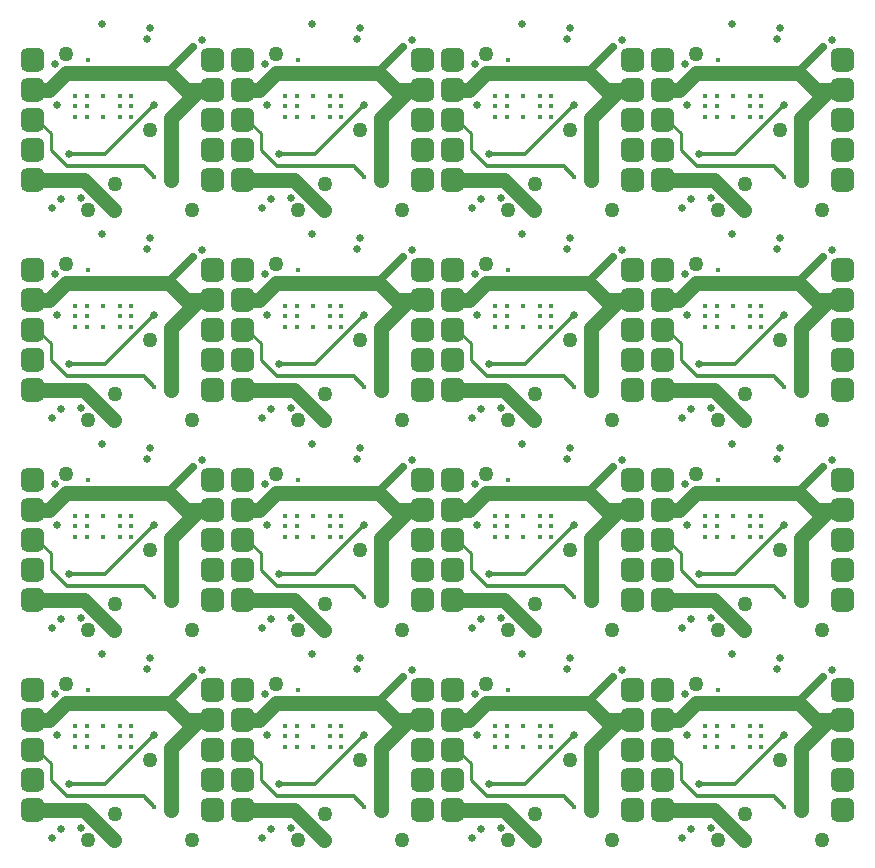
<source format=gbr>
%TF.GenerationSoftware,KiCad,Pcbnew,5.1.8*%
%TF.CreationDate,2020-11-29T15:40:31+01:00*%
%TF.ProjectId,panel,70616e65-6c2e-46b6-9963-61645f706362,rev?*%
%TF.SameCoordinates,Original*%
%TF.FileFunction,Copper,L3,Inr*%
%TF.FilePolarity,Positive*%
%FSLAX46Y46*%
G04 Gerber Fmt 4.6, Leading zero omitted, Abs format (unit mm)*
G04 Created by KiCad (PCBNEW 5.1.8) date 2020-11-29 15:40:31*
%MOMM*%
%LPD*%
G01*
G04 APERTURE LIST*
%TA.AperFunction,ViaPad*%
%ADD10C,1.270000*%
%TD*%
%TA.AperFunction,ViaPad*%
%ADD11C,0.635000*%
%TD*%
%TA.AperFunction,ViaPad*%
%ADD12C,0.450000*%
%TD*%
%TA.AperFunction,Conductor*%
%ADD13C,1.270000*%
%TD*%
%TA.AperFunction,Conductor*%
%ADD14C,0.635000*%
%TD*%
%TA.AperFunction,Conductor*%
%ADD15C,0.250000*%
%TD*%
%TA.AperFunction,Conductor*%
%ADD16C,0.317500*%
%TD*%
G04 APERTURE END LIST*
%TO.N,Board_16-/-BATT_RAW*%
%TO.C,TP1*%
%TA.AperFunction,ComponentPad*%
G36*
G01*
X103610016Y-107650016D02*
X103610016Y-106650016D01*
G75*
G02*
X104110016Y-106150016I500000J0D01*
G01*
X105110016Y-106150016D01*
G75*
G02*
X105610016Y-106650016I0J-500000D01*
G01*
X105610016Y-107650016D01*
G75*
G02*
X105110016Y-108150016I-500000J0D01*
G01*
X104110016Y-108150016D01*
G75*
G02*
X103610016Y-107650016I0J500000D01*
G01*
G37*
%TD.AperFunction*%
%TD*%
%TO.N,Board_16-/+BATT*%
%TO.C,TP2*%
%TA.AperFunction,ComponentPad*%
G36*
G01*
X103610016Y-110190016D02*
X103610016Y-109190016D01*
G75*
G02*
X104110016Y-108690016I500000J0D01*
G01*
X105110016Y-108690016D01*
G75*
G02*
X105610016Y-109190016I0J-500000D01*
G01*
X105610016Y-110190016D01*
G75*
G02*
X105110016Y-110690016I-500000J0D01*
G01*
X104110016Y-110690016D01*
G75*
G02*
X103610016Y-110190016I0J500000D01*
G01*
G37*
%TD.AperFunction*%
%TD*%
%TO.N,Board_16-GND*%
%TO.C,TP3*%
%TA.AperFunction,ComponentPad*%
G36*
G01*
X103610016Y-115270016D02*
X103610016Y-114270016D01*
G75*
G02*
X104110016Y-113770016I500000J0D01*
G01*
X105110016Y-113770016D01*
G75*
G02*
X105610016Y-114270016I0J-500000D01*
G01*
X105610016Y-115270016D01*
G75*
G02*
X105110016Y-115770016I-500000J0D01*
G01*
X104110016Y-115770016D01*
G75*
G02*
X103610016Y-115270016I0J500000D01*
G01*
G37*
%TD.AperFunction*%
%TD*%
%TO.N,Board_16-/+CHARGE*%
%TO.C,TP4*%
%TA.AperFunction,ComponentPad*%
G36*
G01*
X103610016Y-117810016D02*
X103610016Y-116810016D01*
G75*
G02*
X104110016Y-116310016I500000J0D01*
G01*
X105110016Y-116310016D01*
G75*
G02*
X105610016Y-116810016I0J-500000D01*
G01*
X105610016Y-117810016D01*
G75*
G02*
X105110016Y-118310016I-500000J0D01*
G01*
X104110016Y-118310016D01*
G75*
G02*
X103610016Y-117810016I0J500000D01*
G01*
G37*
%TD.AperFunction*%
%TD*%
%TO.N,Board_16-/3v3_EN*%
%TO.C,TP5*%
%TA.AperFunction,ComponentPad*%
G36*
G01*
X103610016Y-112730016D02*
X103610016Y-111730016D01*
G75*
G02*
X104110016Y-111230016I500000J0D01*
G01*
X105110016Y-111230016D01*
G75*
G02*
X105610016Y-111730016I0J-500000D01*
G01*
X105610016Y-112730016D01*
G75*
G02*
X105110016Y-113230016I-500000J0D01*
G01*
X104110016Y-113230016D01*
G75*
G02*
X103610016Y-112730016I0J500000D01*
G01*
G37*
%TD.AperFunction*%
%TD*%
%TO.N,Board_16-/VMAX*%
%TO.C,TP6*%
%TA.AperFunction,ComponentPad*%
G36*
G01*
X118850016Y-117810016D02*
X118850016Y-116810016D01*
G75*
G02*
X119350016Y-116310016I500000J0D01*
G01*
X120350016Y-116310016D01*
G75*
G02*
X120850016Y-116810016I0J-500000D01*
G01*
X120850016Y-117810016D01*
G75*
G02*
X120350016Y-118310016I-500000J0D01*
G01*
X119350016Y-118310016D01*
G75*
G02*
X118850016Y-117810016I0J500000D01*
G01*
G37*
%TD.AperFunction*%
%TD*%
%TO.N,Board_16-/+BATT*%
%TO.C,TP7*%
%TA.AperFunction,ComponentPad*%
G36*
G01*
X118850016Y-110190016D02*
X118850016Y-109190016D01*
G75*
G02*
X119350016Y-108690016I500000J0D01*
G01*
X120350016Y-108690016D01*
G75*
G02*
X120850016Y-109190016I0J-500000D01*
G01*
X120850016Y-110190016D01*
G75*
G02*
X120350016Y-110690016I-500000J0D01*
G01*
X119350016Y-110690016D01*
G75*
G02*
X118850016Y-110190016I0J500000D01*
G01*
G37*
%TD.AperFunction*%
%TD*%
%TO.N,Board_16-/+3v3*%
%TO.C,TP8*%
%TA.AperFunction,ComponentPad*%
G36*
G01*
X118850016Y-112730016D02*
X118850016Y-111730016D01*
G75*
G02*
X119350016Y-111230016I500000J0D01*
G01*
X120350016Y-111230016D01*
G75*
G02*
X120850016Y-111730016I0J-500000D01*
G01*
X120850016Y-112730016D01*
G75*
G02*
X120350016Y-113230016I-500000J0D01*
G01*
X119350016Y-113230016D01*
G75*
G02*
X118850016Y-112730016I0J500000D01*
G01*
G37*
%TD.AperFunction*%
%TD*%
%TO.N,Board_16-/STAT*%
%TO.C,TP9*%
%TA.AperFunction,ComponentPad*%
G36*
G01*
X118850016Y-115270016D02*
X118850016Y-114270016D01*
G75*
G02*
X119350016Y-113770016I500000J0D01*
G01*
X120350016Y-113770016D01*
G75*
G02*
X120850016Y-114270016I0J-500000D01*
G01*
X120850016Y-115270016D01*
G75*
G02*
X120350016Y-115770016I-500000J0D01*
G01*
X119350016Y-115770016D01*
G75*
G02*
X118850016Y-115270016I0J500000D01*
G01*
G37*
%TD.AperFunction*%
%TD*%
%TO.N,Board_16-GND*%
%TO.C,TP10*%
%TA.AperFunction,ComponentPad*%
G36*
G01*
X118850016Y-107650016D02*
X118850016Y-106650016D01*
G75*
G02*
X119350016Y-106150016I500000J0D01*
G01*
X120350016Y-106150016D01*
G75*
G02*
X120850016Y-106650016I0J-500000D01*
G01*
X120850016Y-107650016D01*
G75*
G02*
X120350016Y-108150016I-500000J0D01*
G01*
X119350016Y-108150016D01*
G75*
G02*
X118850016Y-107650016I0J500000D01*
G01*
G37*
%TD.AperFunction*%
%TD*%
%TO.N,Board_15-/-BATT_RAW*%
%TO.C,TP1*%
%TA.AperFunction,ComponentPad*%
G36*
G01*
X85830011Y-107650016D02*
X85830011Y-106650016D01*
G75*
G02*
X86330011Y-106150016I500000J0D01*
G01*
X87330011Y-106150016D01*
G75*
G02*
X87830011Y-106650016I0J-500000D01*
G01*
X87830011Y-107650016D01*
G75*
G02*
X87330011Y-108150016I-500000J0D01*
G01*
X86330011Y-108150016D01*
G75*
G02*
X85830011Y-107650016I0J500000D01*
G01*
G37*
%TD.AperFunction*%
%TD*%
%TO.N,Board_15-/+BATT*%
%TO.C,TP2*%
%TA.AperFunction,ComponentPad*%
G36*
G01*
X85830011Y-110190016D02*
X85830011Y-109190016D01*
G75*
G02*
X86330011Y-108690016I500000J0D01*
G01*
X87330011Y-108690016D01*
G75*
G02*
X87830011Y-109190016I0J-500000D01*
G01*
X87830011Y-110190016D01*
G75*
G02*
X87330011Y-110690016I-500000J0D01*
G01*
X86330011Y-110690016D01*
G75*
G02*
X85830011Y-110190016I0J500000D01*
G01*
G37*
%TD.AperFunction*%
%TD*%
%TO.N,Board_15-GND*%
%TO.C,TP3*%
%TA.AperFunction,ComponentPad*%
G36*
G01*
X85830011Y-115270016D02*
X85830011Y-114270016D01*
G75*
G02*
X86330011Y-113770016I500000J0D01*
G01*
X87330011Y-113770016D01*
G75*
G02*
X87830011Y-114270016I0J-500000D01*
G01*
X87830011Y-115270016D01*
G75*
G02*
X87330011Y-115770016I-500000J0D01*
G01*
X86330011Y-115770016D01*
G75*
G02*
X85830011Y-115270016I0J500000D01*
G01*
G37*
%TD.AperFunction*%
%TD*%
%TO.N,Board_15-/+CHARGE*%
%TO.C,TP4*%
%TA.AperFunction,ComponentPad*%
G36*
G01*
X85830011Y-117810016D02*
X85830011Y-116810016D01*
G75*
G02*
X86330011Y-116310016I500000J0D01*
G01*
X87330011Y-116310016D01*
G75*
G02*
X87830011Y-116810016I0J-500000D01*
G01*
X87830011Y-117810016D01*
G75*
G02*
X87330011Y-118310016I-500000J0D01*
G01*
X86330011Y-118310016D01*
G75*
G02*
X85830011Y-117810016I0J500000D01*
G01*
G37*
%TD.AperFunction*%
%TD*%
%TO.N,Board_15-/3v3_EN*%
%TO.C,TP5*%
%TA.AperFunction,ComponentPad*%
G36*
G01*
X85830011Y-112730016D02*
X85830011Y-111730016D01*
G75*
G02*
X86330011Y-111230016I500000J0D01*
G01*
X87330011Y-111230016D01*
G75*
G02*
X87830011Y-111730016I0J-500000D01*
G01*
X87830011Y-112730016D01*
G75*
G02*
X87330011Y-113230016I-500000J0D01*
G01*
X86330011Y-113230016D01*
G75*
G02*
X85830011Y-112730016I0J500000D01*
G01*
G37*
%TD.AperFunction*%
%TD*%
%TO.N,Board_15-/VMAX*%
%TO.C,TP6*%
%TA.AperFunction,ComponentPad*%
G36*
G01*
X101070011Y-117810016D02*
X101070011Y-116810016D01*
G75*
G02*
X101570011Y-116310016I500000J0D01*
G01*
X102570011Y-116310016D01*
G75*
G02*
X103070011Y-116810016I0J-500000D01*
G01*
X103070011Y-117810016D01*
G75*
G02*
X102570011Y-118310016I-500000J0D01*
G01*
X101570011Y-118310016D01*
G75*
G02*
X101070011Y-117810016I0J500000D01*
G01*
G37*
%TD.AperFunction*%
%TD*%
%TO.N,Board_15-/+BATT*%
%TO.C,TP7*%
%TA.AperFunction,ComponentPad*%
G36*
G01*
X101070011Y-110190016D02*
X101070011Y-109190016D01*
G75*
G02*
X101570011Y-108690016I500000J0D01*
G01*
X102570011Y-108690016D01*
G75*
G02*
X103070011Y-109190016I0J-500000D01*
G01*
X103070011Y-110190016D01*
G75*
G02*
X102570011Y-110690016I-500000J0D01*
G01*
X101570011Y-110690016D01*
G75*
G02*
X101070011Y-110190016I0J500000D01*
G01*
G37*
%TD.AperFunction*%
%TD*%
%TO.N,Board_15-/+3v3*%
%TO.C,TP8*%
%TA.AperFunction,ComponentPad*%
G36*
G01*
X101070011Y-112730016D02*
X101070011Y-111730016D01*
G75*
G02*
X101570011Y-111230016I500000J0D01*
G01*
X102570011Y-111230016D01*
G75*
G02*
X103070011Y-111730016I0J-500000D01*
G01*
X103070011Y-112730016D01*
G75*
G02*
X102570011Y-113230016I-500000J0D01*
G01*
X101570011Y-113230016D01*
G75*
G02*
X101070011Y-112730016I0J500000D01*
G01*
G37*
%TD.AperFunction*%
%TD*%
%TO.N,Board_15-/STAT*%
%TO.C,TP9*%
%TA.AperFunction,ComponentPad*%
G36*
G01*
X101070011Y-115270016D02*
X101070011Y-114270016D01*
G75*
G02*
X101570011Y-113770016I500000J0D01*
G01*
X102570011Y-113770016D01*
G75*
G02*
X103070011Y-114270016I0J-500000D01*
G01*
X103070011Y-115270016D01*
G75*
G02*
X102570011Y-115770016I-500000J0D01*
G01*
X101570011Y-115770016D01*
G75*
G02*
X101070011Y-115270016I0J500000D01*
G01*
G37*
%TD.AperFunction*%
%TD*%
%TO.N,Board_15-GND*%
%TO.C,TP10*%
%TA.AperFunction,ComponentPad*%
G36*
G01*
X101070011Y-107650016D02*
X101070011Y-106650016D01*
G75*
G02*
X101570011Y-106150016I500000J0D01*
G01*
X102570011Y-106150016D01*
G75*
G02*
X103070011Y-106650016I0J-500000D01*
G01*
X103070011Y-107650016D01*
G75*
G02*
X102570011Y-108150016I-500000J0D01*
G01*
X101570011Y-108150016D01*
G75*
G02*
X101070011Y-107650016I0J500000D01*
G01*
G37*
%TD.AperFunction*%
%TD*%
%TO.N,Board_14-/-BATT_RAW*%
%TO.C,TP1*%
%TA.AperFunction,ComponentPad*%
G36*
G01*
X68050006Y-107650016D02*
X68050006Y-106650016D01*
G75*
G02*
X68550006Y-106150016I500000J0D01*
G01*
X69550006Y-106150016D01*
G75*
G02*
X70050006Y-106650016I0J-500000D01*
G01*
X70050006Y-107650016D01*
G75*
G02*
X69550006Y-108150016I-500000J0D01*
G01*
X68550006Y-108150016D01*
G75*
G02*
X68050006Y-107650016I0J500000D01*
G01*
G37*
%TD.AperFunction*%
%TD*%
%TO.N,Board_14-/+BATT*%
%TO.C,TP2*%
%TA.AperFunction,ComponentPad*%
G36*
G01*
X68050006Y-110190016D02*
X68050006Y-109190016D01*
G75*
G02*
X68550006Y-108690016I500000J0D01*
G01*
X69550006Y-108690016D01*
G75*
G02*
X70050006Y-109190016I0J-500000D01*
G01*
X70050006Y-110190016D01*
G75*
G02*
X69550006Y-110690016I-500000J0D01*
G01*
X68550006Y-110690016D01*
G75*
G02*
X68050006Y-110190016I0J500000D01*
G01*
G37*
%TD.AperFunction*%
%TD*%
%TO.N,Board_14-GND*%
%TO.C,TP3*%
%TA.AperFunction,ComponentPad*%
G36*
G01*
X68050006Y-115270016D02*
X68050006Y-114270016D01*
G75*
G02*
X68550006Y-113770016I500000J0D01*
G01*
X69550006Y-113770016D01*
G75*
G02*
X70050006Y-114270016I0J-500000D01*
G01*
X70050006Y-115270016D01*
G75*
G02*
X69550006Y-115770016I-500000J0D01*
G01*
X68550006Y-115770016D01*
G75*
G02*
X68050006Y-115270016I0J500000D01*
G01*
G37*
%TD.AperFunction*%
%TD*%
%TO.N,Board_14-/+CHARGE*%
%TO.C,TP4*%
%TA.AperFunction,ComponentPad*%
G36*
G01*
X68050006Y-117810016D02*
X68050006Y-116810016D01*
G75*
G02*
X68550006Y-116310016I500000J0D01*
G01*
X69550006Y-116310016D01*
G75*
G02*
X70050006Y-116810016I0J-500000D01*
G01*
X70050006Y-117810016D01*
G75*
G02*
X69550006Y-118310016I-500000J0D01*
G01*
X68550006Y-118310016D01*
G75*
G02*
X68050006Y-117810016I0J500000D01*
G01*
G37*
%TD.AperFunction*%
%TD*%
%TO.N,Board_14-/3v3_EN*%
%TO.C,TP5*%
%TA.AperFunction,ComponentPad*%
G36*
G01*
X68050006Y-112730016D02*
X68050006Y-111730016D01*
G75*
G02*
X68550006Y-111230016I500000J0D01*
G01*
X69550006Y-111230016D01*
G75*
G02*
X70050006Y-111730016I0J-500000D01*
G01*
X70050006Y-112730016D01*
G75*
G02*
X69550006Y-113230016I-500000J0D01*
G01*
X68550006Y-113230016D01*
G75*
G02*
X68050006Y-112730016I0J500000D01*
G01*
G37*
%TD.AperFunction*%
%TD*%
%TO.N,Board_14-/VMAX*%
%TO.C,TP6*%
%TA.AperFunction,ComponentPad*%
G36*
G01*
X83290006Y-117810016D02*
X83290006Y-116810016D01*
G75*
G02*
X83790006Y-116310016I500000J0D01*
G01*
X84790006Y-116310016D01*
G75*
G02*
X85290006Y-116810016I0J-500000D01*
G01*
X85290006Y-117810016D01*
G75*
G02*
X84790006Y-118310016I-500000J0D01*
G01*
X83790006Y-118310016D01*
G75*
G02*
X83290006Y-117810016I0J500000D01*
G01*
G37*
%TD.AperFunction*%
%TD*%
%TO.N,Board_14-/+BATT*%
%TO.C,TP7*%
%TA.AperFunction,ComponentPad*%
G36*
G01*
X83290006Y-110190016D02*
X83290006Y-109190016D01*
G75*
G02*
X83790006Y-108690016I500000J0D01*
G01*
X84790006Y-108690016D01*
G75*
G02*
X85290006Y-109190016I0J-500000D01*
G01*
X85290006Y-110190016D01*
G75*
G02*
X84790006Y-110690016I-500000J0D01*
G01*
X83790006Y-110690016D01*
G75*
G02*
X83290006Y-110190016I0J500000D01*
G01*
G37*
%TD.AperFunction*%
%TD*%
%TO.N,Board_14-/+3v3*%
%TO.C,TP8*%
%TA.AperFunction,ComponentPad*%
G36*
G01*
X83290006Y-112730016D02*
X83290006Y-111730016D01*
G75*
G02*
X83790006Y-111230016I500000J0D01*
G01*
X84790006Y-111230016D01*
G75*
G02*
X85290006Y-111730016I0J-500000D01*
G01*
X85290006Y-112730016D01*
G75*
G02*
X84790006Y-113230016I-500000J0D01*
G01*
X83790006Y-113230016D01*
G75*
G02*
X83290006Y-112730016I0J500000D01*
G01*
G37*
%TD.AperFunction*%
%TD*%
%TO.N,Board_14-/STAT*%
%TO.C,TP9*%
%TA.AperFunction,ComponentPad*%
G36*
G01*
X83290006Y-115270016D02*
X83290006Y-114270016D01*
G75*
G02*
X83790006Y-113770016I500000J0D01*
G01*
X84790006Y-113770016D01*
G75*
G02*
X85290006Y-114270016I0J-500000D01*
G01*
X85290006Y-115270016D01*
G75*
G02*
X84790006Y-115770016I-500000J0D01*
G01*
X83790006Y-115770016D01*
G75*
G02*
X83290006Y-115270016I0J500000D01*
G01*
G37*
%TD.AperFunction*%
%TD*%
%TO.N,Board_14-GND*%
%TO.C,TP10*%
%TA.AperFunction,ComponentPad*%
G36*
G01*
X83290006Y-107650016D02*
X83290006Y-106650016D01*
G75*
G02*
X83790006Y-106150016I500000J0D01*
G01*
X84790006Y-106150016D01*
G75*
G02*
X85290006Y-106650016I0J-500000D01*
G01*
X85290006Y-107650016D01*
G75*
G02*
X84790006Y-108150016I-500000J0D01*
G01*
X83790006Y-108150016D01*
G75*
G02*
X83290006Y-107650016I0J500000D01*
G01*
G37*
%TD.AperFunction*%
%TD*%
%TO.N,Board_13-/-BATT_RAW*%
%TO.C,TP1*%
%TA.AperFunction,ComponentPad*%
G36*
G01*
X50270001Y-107650016D02*
X50270001Y-106650016D01*
G75*
G02*
X50770001Y-106150016I500000J0D01*
G01*
X51770001Y-106150016D01*
G75*
G02*
X52270001Y-106650016I0J-500000D01*
G01*
X52270001Y-107650016D01*
G75*
G02*
X51770001Y-108150016I-500000J0D01*
G01*
X50770001Y-108150016D01*
G75*
G02*
X50270001Y-107650016I0J500000D01*
G01*
G37*
%TD.AperFunction*%
%TD*%
%TO.N,Board_13-/+BATT*%
%TO.C,TP2*%
%TA.AperFunction,ComponentPad*%
G36*
G01*
X50270001Y-110190016D02*
X50270001Y-109190016D01*
G75*
G02*
X50770001Y-108690016I500000J0D01*
G01*
X51770001Y-108690016D01*
G75*
G02*
X52270001Y-109190016I0J-500000D01*
G01*
X52270001Y-110190016D01*
G75*
G02*
X51770001Y-110690016I-500000J0D01*
G01*
X50770001Y-110690016D01*
G75*
G02*
X50270001Y-110190016I0J500000D01*
G01*
G37*
%TD.AperFunction*%
%TD*%
%TO.N,Board_13-GND*%
%TO.C,TP3*%
%TA.AperFunction,ComponentPad*%
G36*
G01*
X50270001Y-115270016D02*
X50270001Y-114270016D01*
G75*
G02*
X50770001Y-113770016I500000J0D01*
G01*
X51770001Y-113770016D01*
G75*
G02*
X52270001Y-114270016I0J-500000D01*
G01*
X52270001Y-115270016D01*
G75*
G02*
X51770001Y-115770016I-500000J0D01*
G01*
X50770001Y-115770016D01*
G75*
G02*
X50270001Y-115270016I0J500000D01*
G01*
G37*
%TD.AperFunction*%
%TD*%
%TO.N,Board_13-/+CHARGE*%
%TO.C,TP4*%
%TA.AperFunction,ComponentPad*%
G36*
G01*
X50270001Y-117810016D02*
X50270001Y-116810016D01*
G75*
G02*
X50770001Y-116310016I500000J0D01*
G01*
X51770001Y-116310016D01*
G75*
G02*
X52270001Y-116810016I0J-500000D01*
G01*
X52270001Y-117810016D01*
G75*
G02*
X51770001Y-118310016I-500000J0D01*
G01*
X50770001Y-118310016D01*
G75*
G02*
X50270001Y-117810016I0J500000D01*
G01*
G37*
%TD.AperFunction*%
%TD*%
%TO.N,Board_13-/3v3_EN*%
%TO.C,TP5*%
%TA.AperFunction,ComponentPad*%
G36*
G01*
X50270001Y-112730016D02*
X50270001Y-111730016D01*
G75*
G02*
X50770001Y-111230016I500000J0D01*
G01*
X51770001Y-111230016D01*
G75*
G02*
X52270001Y-111730016I0J-500000D01*
G01*
X52270001Y-112730016D01*
G75*
G02*
X51770001Y-113230016I-500000J0D01*
G01*
X50770001Y-113230016D01*
G75*
G02*
X50270001Y-112730016I0J500000D01*
G01*
G37*
%TD.AperFunction*%
%TD*%
%TO.N,Board_13-/VMAX*%
%TO.C,TP6*%
%TA.AperFunction,ComponentPad*%
G36*
G01*
X65510001Y-117810016D02*
X65510001Y-116810016D01*
G75*
G02*
X66010001Y-116310016I500000J0D01*
G01*
X67010001Y-116310016D01*
G75*
G02*
X67510001Y-116810016I0J-500000D01*
G01*
X67510001Y-117810016D01*
G75*
G02*
X67010001Y-118310016I-500000J0D01*
G01*
X66010001Y-118310016D01*
G75*
G02*
X65510001Y-117810016I0J500000D01*
G01*
G37*
%TD.AperFunction*%
%TD*%
%TO.N,Board_13-/+BATT*%
%TO.C,TP7*%
%TA.AperFunction,ComponentPad*%
G36*
G01*
X65510001Y-110190016D02*
X65510001Y-109190016D01*
G75*
G02*
X66010001Y-108690016I500000J0D01*
G01*
X67010001Y-108690016D01*
G75*
G02*
X67510001Y-109190016I0J-500000D01*
G01*
X67510001Y-110190016D01*
G75*
G02*
X67010001Y-110690016I-500000J0D01*
G01*
X66010001Y-110690016D01*
G75*
G02*
X65510001Y-110190016I0J500000D01*
G01*
G37*
%TD.AperFunction*%
%TD*%
%TO.N,Board_13-/+3v3*%
%TO.C,TP8*%
%TA.AperFunction,ComponentPad*%
G36*
G01*
X65510001Y-112730016D02*
X65510001Y-111730016D01*
G75*
G02*
X66010001Y-111230016I500000J0D01*
G01*
X67010001Y-111230016D01*
G75*
G02*
X67510001Y-111730016I0J-500000D01*
G01*
X67510001Y-112730016D01*
G75*
G02*
X67010001Y-113230016I-500000J0D01*
G01*
X66010001Y-113230016D01*
G75*
G02*
X65510001Y-112730016I0J500000D01*
G01*
G37*
%TD.AperFunction*%
%TD*%
%TO.N,Board_13-/STAT*%
%TO.C,TP9*%
%TA.AperFunction,ComponentPad*%
G36*
G01*
X65510001Y-115270016D02*
X65510001Y-114270016D01*
G75*
G02*
X66010001Y-113770016I500000J0D01*
G01*
X67010001Y-113770016D01*
G75*
G02*
X67510001Y-114270016I0J-500000D01*
G01*
X67510001Y-115270016D01*
G75*
G02*
X67010001Y-115770016I-500000J0D01*
G01*
X66010001Y-115770016D01*
G75*
G02*
X65510001Y-115270016I0J500000D01*
G01*
G37*
%TD.AperFunction*%
%TD*%
%TO.N,Board_13-GND*%
%TO.C,TP10*%
%TA.AperFunction,ComponentPad*%
G36*
G01*
X65510001Y-107650016D02*
X65510001Y-106650016D01*
G75*
G02*
X66010001Y-106150016I500000J0D01*
G01*
X67010001Y-106150016D01*
G75*
G02*
X67510001Y-106650016I0J-500000D01*
G01*
X67510001Y-107650016D01*
G75*
G02*
X67010001Y-108150016I-500000J0D01*
G01*
X66010001Y-108150016D01*
G75*
G02*
X65510001Y-107650016I0J500000D01*
G01*
G37*
%TD.AperFunction*%
%TD*%
%TO.N,Board_12-/-BATT_RAW*%
%TO.C,TP1*%
%TA.AperFunction,ComponentPad*%
G36*
G01*
X103610016Y-89870011D02*
X103610016Y-88870011D01*
G75*
G02*
X104110016Y-88370011I500000J0D01*
G01*
X105110016Y-88370011D01*
G75*
G02*
X105610016Y-88870011I0J-500000D01*
G01*
X105610016Y-89870011D01*
G75*
G02*
X105110016Y-90370011I-500000J0D01*
G01*
X104110016Y-90370011D01*
G75*
G02*
X103610016Y-89870011I0J500000D01*
G01*
G37*
%TD.AperFunction*%
%TD*%
%TO.N,Board_12-/+BATT*%
%TO.C,TP2*%
%TA.AperFunction,ComponentPad*%
G36*
G01*
X103610016Y-92410011D02*
X103610016Y-91410011D01*
G75*
G02*
X104110016Y-90910011I500000J0D01*
G01*
X105110016Y-90910011D01*
G75*
G02*
X105610016Y-91410011I0J-500000D01*
G01*
X105610016Y-92410011D01*
G75*
G02*
X105110016Y-92910011I-500000J0D01*
G01*
X104110016Y-92910011D01*
G75*
G02*
X103610016Y-92410011I0J500000D01*
G01*
G37*
%TD.AperFunction*%
%TD*%
%TO.N,Board_12-GND*%
%TO.C,TP3*%
%TA.AperFunction,ComponentPad*%
G36*
G01*
X103610016Y-97490011D02*
X103610016Y-96490011D01*
G75*
G02*
X104110016Y-95990011I500000J0D01*
G01*
X105110016Y-95990011D01*
G75*
G02*
X105610016Y-96490011I0J-500000D01*
G01*
X105610016Y-97490011D01*
G75*
G02*
X105110016Y-97990011I-500000J0D01*
G01*
X104110016Y-97990011D01*
G75*
G02*
X103610016Y-97490011I0J500000D01*
G01*
G37*
%TD.AperFunction*%
%TD*%
%TO.N,Board_12-/+CHARGE*%
%TO.C,TP4*%
%TA.AperFunction,ComponentPad*%
G36*
G01*
X103610016Y-100030011D02*
X103610016Y-99030011D01*
G75*
G02*
X104110016Y-98530011I500000J0D01*
G01*
X105110016Y-98530011D01*
G75*
G02*
X105610016Y-99030011I0J-500000D01*
G01*
X105610016Y-100030011D01*
G75*
G02*
X105110016Y-100530011I-500000J0D01*
G01*
X104110016Y-100530011D01*
G75*
G02*
X103610016Y-100030011I0J500000D01*
G01*
G37*
%TD.AperFunction*%
%TD*%
%TO.N,Board_12-/3v3_EN*%
%TO.C,TP5*%
%TA.AperFunction,ComponentPad*%
G36*
G01*
X103610016Y-94950011D02*
X103610016Y-93950011D01*
G75*
G02*
X104110016Y-93450011I500000J0D01*
G01*
X105110016Y-93450011D01*
G75*
G02*
X105610016Y-93950011I0J-500000D01*
G01*
X105610016Y-94950011D01*
G75*
G02*
X105110016Y-95450011I-500000J0D01*
G01*
X104110016Y-95450011D01*
G75*
G02*
X103610016Y-94950011I0J500000D01*
G01*
G37*
%TD.AperFunction*%
%TD*%
%TO.N,Board_12-/VMAX*%
%TO.C,TP6*%
%TA.AperFunction,ComponentPad*%
G36*
G01*
X118850016Y-100030011D02*
X118850016Y-99030011D01*
G75*
G02*
X119350016Y-98530011I500000J0D01*
G01*
X120350016Y-98530011D01*
G75*
G02*
X120850016Y-99030011I0J-500000D01*
G01*
X120850016Y-100030011D01*
G75*
G02*
X120350016Y-100530011I-500000J0D01*
G01*
X119350016Y-100530011D01*
G75*
G02*
X118850016Y-100030011I0J500000D01*
G01*
G37*
%TD.AperFunction*%
%TD*%
%TO.N,Board_12-/+BATT*%
%TO.C,TP7*%
%TA.AperFunction,ComponentPad*%
G36*
G01*
X118850016Y-92410011D02*
X118850016Y-91410011D01*
G75*
G02*
X119350016Y-90910011I500000J0D01*
G01*
X120350016Y-90910011D01*
G75*
G02*
X120850016Y-91410011I0J-500000D01*
G01*
X120850016Y-92410011D01*
G75*
G02*
X120350016Y-92910011I-500000J0D01*
G01*
X119350016Y-92910011D01*
G75*
G02*
X118850016Y-92410011I0J500000D01*
G01*
G37*
%TD.AperFunction*%
%TD*%
%TO.N,Board_12-/+3v3*%
%TO.C,TP8*%
%TA.AperFunction,ComponentPad*%
G36*
G01*
X118850016Y-94950011D02*
X118850016Y-93950011D01*
G75*
G02*
X119350016Y-93450011I500000J0D01*
G01*
X120350016Y-93450011D01*
G75*
G02*
X120850016Y-93950011I0J-500000D01*
G01*
X120850016Y-94950011D01*
G75*
G02*
X120350016Y-95450011I-500000J0D01*
G01*
X119350016Y-95450011D01*
G75*
G02*
X118850016Y-94950011I0J500000D01*
G01*
G37*
%TD.AperFunction*%
%TD*%
%TO.N,Board_12-/STAT*%
%TO.C,TP9*%
%TA.AperFunction,ComponentPad*%
G36*
G01*
X118850016Y-97490011D02*
X118850016Y-96490011D01*
G75*
G02*
X119350016Y-95990011I500000J0D01*
G01*
X120350016Y-95990011D01*
G75*
G02*
X120850016Y-96490011I0J-500000D01*
G01*
X120850016Y-97490011D01*
G75*
G02*
X120350016Y-97990011I-500000J0D01*
G01*
X119350016Y-97990011D01*
G75*
G02*
X118850016Y-97490011I0J500000D01*
G01*
G37*
%TD.AperFunction*%
%TD*%
%TO.N,Board_12-GND*%
%TO.C,TP10*%
%TA.AperFunction,ComponentPad*%
G36*
G01*
X118850016Y-89870011D02*
X118850016Y-88870011D01*
G75*
G02*
X119350016Y-88370011I500000J0D01*
G01*
X120350016Y-88370011D01*
G75*
G02*
X120850016Y-88870011I0J-500000D01*
G01*
X120850016Y-89870011D01*
G75*
G02*
X120350016Y-90370011I-500000J0D01*
G01*
X119350016Y-90370011D01*
G75*
G02*
X118850016Y-89870011I0J500000D01*
G01*
G37*
%TD.AperFunction*%
%TD*%
%TO.N,Board_11-/-BATT_RAW*%
%TO.C,TP1*%
%TA.AperFunction,ComponentPad*%
G36*
G01*
X85830011Y-89870011D02*
X85830011Y-88870011D01*
G75*
G02*
X86330011Y-88370011I500000J0D01*
G01*
X87330011Y-88370011D01*
G75*
G02*
X87830011Y-88870011I0J-500000D01*
G01*
X87830011Y-89870011D01*
G75*
G02*
X87330011Y-90370011I-500000J0D01*
G01*
X86330011Y-90370011D01*
G75*
G02*
X85830011Y-89870011I0J500000D01*
G01*
G37*
%TD.AperFunction*%
%TD*%
%TO.N,Board_11-/+BATT*%
%TO.C,TP2*%
%TA.AperFunction,ComponentPad*%
G36*
G01*
X85830011Y-92410011D02*
X85830011Y-91410011D01*
G75*
G02*
X86330011Y-90910011I500000J0D01*
G01*
X87330011Y-90910011D01*
G75*
G02*
X87830011Y-91410011I0J-500000D01*
G01*
X87830011Y-92410011D01*
G75*
G02*
X87330011Y-92910011I-500000J0D01*
G01*
X86330011Y-92910011D01*
G75*
G02*
X85830011Y-92410011I0J500000D01*
G01*
G37*
%TD.AperFunction*%
%TD*%
%TO.N,Board_11-GND*%
%TO.C,TP3*%
%TA.AperFunction,ComponentPad*%
G36*
G01*
X85830011Y-97490011D02*
X85830011Y-96490011D01*
G75*
G02*
X86330011Y-95990011I500000J0D01*
G01*
X87330011Y-95990011D01*
G75*
G02*
X87830011Y-96490011I0J-500000D01*
G01*
X87830011Y-97490011D01*
G75*
G02*
X87330011Y-97990011I-500000J0D01*
G01*
X86330011Y-97990011D01*
G75*
G02*
X85830011Y-97490011I0J500000D01*
G01*
G37*
%TD.AperFunction*%
%TD*%
%TO.N,Board_11-/+CHARGE*%
%TO.C,TP4*%
%TA.AperFunction,ComponentPad*%
G36*
G01*
X85830011Y-100030011D02*
X85830011Y-99030011D01*
G75*
G02*
X86330011Y-98530011I500000J0D01*
G01*
X87330011Y-98530011D01*
G75*
G02*
X87830011Y-99030011I0J-500000D01*
G01*
X87830011Y-100030011D01*
G75*
G02*
X87330011Y-100530011I-500000J0D01*
G01*
X86330011Y-100530011D01*
G75*
G02*
X85830011Y-100030011I0J500000D01*
G01*
G37*
%TD.AperFunction*%
%TD*%
%TO.N,Board_11-/3v3_EN*%
%TO.C,TP5*%
%TA.AperFunction,ComponentPad*%
G36*
G01*
X85830011Y-94950011D02*
X85830011Y-93950011D01*
G75*
G02*
X86330011Y-93450011I500000J0D01*
G01*
X87330011Y-93450011D01*
G75*
G02*
X87830011Y-93950011I0J-500000D01*
G01*
X87830011Y-94950011D01*
G75*
G02*
X87330011Y-95450011I-500000J0D01*
G01*
X86330011Y-95450011D01*
G75*
G02*
X85830011Y-94950011I0J500000D01*
G01*
G37*
%TD.AperFunction*%
%TD*%
%TO.N,Board_11-/VMAX*%
%TO.C,TP6*%
%TA.AperFunction,ComponentPad*%
G36*
G01*
X101070011Y-100030011D02*
X101070011Y-99030011D01*
G75*
G02*
X101570011Y-98530011I500000J0D01*
G01*
X102570011Y-98530011D01*
G75*
G02*
X103070011Y-99030011I0J-500000D01*
G01*
X103070011Y-100030011D01*
G75*
G02*
X102570011Y-100530011I-500000J0D01*
G01*
X101570011Y-100530011D01*
G75*
G02*
X101070011Y-100030011I0J500000D01*
G01*
G37*
%TD.AperFunction*%
%TD*%
%TO.N,Board_11-/+BATT*%
%TO.C,TP7*%
%TA.AperFunction,ComponentPad*%
G36*
G01*
X101070011Y-92410011D02*
X101070011Y-91410011D01*
G75*
G02*
X101570011Y-90910011I500000J0D01*
G01*
X102570011Y-90910011D01*
G75*
G02*
X103070011Y-91410011I0J-500000D01*
G01*
X103070011Y-92410011D01*
G75*
G02*
X102570011Y-92910011I-500000J0D01*
G01*
X101570011Y-92910011D01*
G75*
G02*
X101070011Y-92410011I0J500000D01*
G01*
G37*
%TD.AperFunction*%
%TD*%
%TO.N,Board_11-/+3v3*%
%TO.C,TP8*%
%TA.AperFunction,ComponentPad*%
G36*
G01*
X101070011Y-94950011D02*
X101070011Y-93950011D01*
G75*
G02*
X101570011Y-93450011I500000J0D01*
G01*
X102570011Y-93450011D01*
G75*
G02*
X103070011Y-93950011I0J-500000D01*
G01*
X103070011Y-94950011D01*
G75*
G02*
X102570011Y-95450011I-500000J0D01*
G01*
X101570011Y-95450011D01*
G75*
G02*
X101070011Y-94950011I0J500000D01*
G01*
G37*
%TD.AperFunction*%
%TD*%
%TO.N,Board_11-/STAT*%
%TO.C,TP9*%
%TA.AperFunction,ComponentPad*%
G36*
G01*
X101070011Y-97490011D02*
X101070011Y-96490011D01*
G75*
G02*
X101570011Y-95990011I500000J0D01*
G01*
X102570011Y-95990011D01*
G75*
G02*
X103070011Y-96490011I0J-500000D01*
G01*
X103070011Y-97490011D01*
G75*
G02*
X102570011Y-97990011I-500000J0D01*
G01*
X101570011Y-97990011D01*
G75*
G02*
X101070011Y-97490011I0J500000D01*
G01*
G37*
%TD.AperFunction*%
%TD*%
%TO.N,Board_11-GND*%
%TO.C,TP10*%
%TA.AperFunction,ComponentPad*%
G36*
G01*
X101070011Y-89870011D02*
X101070011Y-88870011D01*
G75*
G02*
X101570011Y-88370011I500000J0D01*
G01*
X102570011Y-88370011D01*
G75*
G02*
X103070011Y-88870011I0J-500000D01*
G01*
X103070011Y-89870011D01*
G75*
G02*
X102570011Y-90370011I-500000J0D01*
G01*
X101570011Y-90370011D01*
G75*
G02*
X101070011Y-89870011I0J500000D01*
G01*
G37*
%TD.AperFunction*%
%TD*%
%TO.N,Board_10-/-BATT_RAW*%
%TO.C,TP1*%
%TA.AperFunction,ComponentPad*%
G36*
G01*
X68050006Y-89870011D02*
X68050006Y-88870011D01*
G75*
G02*
X68550006Y-88370011I500000J0D01*
G01*
X69550006Y-88370011D01*
G75*
G02*
X70050006Y-88870011I0J-500000D01*
G01*
X70050006Y-89870011D01*
G75*
G02*
X69550006Y-90370011I-500000J0D01*
G01*
X68550006Y-90370011D01*
G75*
G02*
X68050006Y-89870011I0J500000D01*
G01*
G37*
%TD.AperFunction*%
%TD*%
%TO.N,Board_10-/+BATT*%
%TO.C,TP2*%
%TA.AperFunction,ComponentPad*%
G36*
G01*
X68050006Y-92410011D02*
X68050006Y-91410011D01*
G75*
G02*
X68550006Y-90910011I500000J0D01*
G01*
X69550006Y-90910011D01*
G75*
G02*
X70050006Y-91410011I0J-500000D01*
G01*
X70050006Y-92410011D01*
G75*
G02*
X69550006Y-92910011I-500000J0D01*
G01*
X68550006Y-92910011D01*
G75*
G02*
X68050006Y-92410011I0J500000D01*
G01*
G37*
%TD.AperFunction*%
%TD*%
%TO.N,Board_10-GND*%
%TO.C,TP3*%
%TA.AperFunction,ComponentPad*%
G36*
G01*
X68050006Y-97490011D02*
X68050006Y-96490011D01*
G75*
G02*
X68550006Y-95990011I500000J0D01*
G01*
X69550006Y-95990011D01*
G75*
G02*
X70050006Y-96490011I0J-500000D01*
G01*
X70050006Y-97490011D01*
G75*
G02*
X69550006Y-97990011I-500000J0D01*
G01*
X68550006Y-97990011D01*
G75*
G02*
X68050006Y-97490011I0J500000D01*
G01*
G37*
%TD.AperFunction*%
%TD*%
%TO.N,Board_10-/+CHARGE*%
%TO.C,TP4*%
%TA.AperFunction,ComponentPad*%
G36*
G01*
X68050006Y-100030011D02*
X68050006Y-99030011D01*
G75*
G02*
X68550006Y-98530011I500000J0D01*
G01*
X69550006Y-98530011D01*
G75*
G02*
X70050006Y-99030011I0J-500000D01*
G01*
X70050006Y-100030011D01*
G75*
G02*
X69550006Y-100530011I-500000J0D01*
G01*
X68550006Y-100530011D01*
G75*
G02*
X68050006Y-100030011I0J500000D01*
G01*
G37*
%TD.AperFunction*%
%TD*%
%TO.N,Board_10-/3v3_EN*%
%TO.C,TP5*%
%TA.AperFunction,ComponentPad*%
G36*
G01*
X68050006Y-94950011D02*
X68050006Y-93950011D01*
G75*
G02*
X68550006Y-93450011I500000J0D01*
G01*
X69550006Y-93450011D01*
G75*
G02*
X70050006Y-93950011I0J-500000D01*
G01*
X70050006Y-94950011D01*
G75*
G02*
X69550006Y-95450011I-500000J0D01*
G01*
X68550006Y-95450011D01*
G75*
G02*
X68050006Y-94950011I0J500000D01*
G01*
G37*
%TD.AperFunction*%
%TD*%
%TO.N,Board_10-/VMAX*%
%TO.C,TP6*%
%TA.AperFunction,ComponentPad*%
G36*
G01*
X83290006Y-100030011D02*
X83290006Y-99030011D01*
G75*
G02*
X83790006Y-98530011I500000J0D01*
G01*
X84790006Y-98530011D01*
G75*
G02*
X85290006Y-99030011I0J-500000D01*
G01*
X85290006Y-100030011D01*
G75*
G02*
X84790006Y-100530011I-500000J0D01*
G01*
X83790006Y-100530011D01*
G75*
G02*
X83290006Y-100030011I0J500000D01*
G01*
G37*
%TD.AperFunction*%
%TD*%
%TO.N,Board_10-/+BATT*%
%TO.C,TP7*%
%TA.AperFunction,ComponentPad*%
G36*
G01*
X83290006Y-92410011D02*
X83290006Y-91410011D01*
G75*
G02*
X83790006Y-90910011I500000J0D01*
G01*
X84790006Y-90910011D01*
G75*
G02*
X85290006Y-91410011I0J-500000D01*
G01*
X85290006Y-92410011D01*
G75*
G02*
X84790006Y-92910011I-500000J0D01*
G01*
X83790006Y-92910011D01*
G75*
G02*
X83290006Y-92410011I0J500000D01*
G01*
G37*
%TD.AperFunction*%
%TD*%
%TO.N,Board_10-/+3v3*%
%TO.C,TP8*%
%TA.AperFunction,ComponentPad*%
G36*
G01*
X83290006Y-94950011D02*
X83290006Y-93950011D01*
G75*
G02*
X83790006Y-93450011I500000J0D01*
G01*
X84790006Y-93450011D01*
G75*
G02*
X85290006Y-93950011I0J-500000D01*
G01*
X85290006Y-94950011D01*
G75*
G02*
X84790006Y-95450011I-500000J0D01*
G01*
X83790006Y-95450011D01*
G75*
G02*
X83290006Y-94950011I0J500000D01*
G01*
G37*
%TD.AperFunction*%
%TD*%
%TO.N,Board_10-/STAT*%
%TO.C,TP9*%
%TA.AperFunction,ComponentPad*%
G36*
G01*
X83290006Y-97490011D02*
X83290006Y-96490011D01*
G75*
G02*
X83790006Y-95990011I500000J0D01*
G01*
X84790006Y-95990011D01*
G75*
G02*
X85290006Y-96490011I0J-500000D01*
G01*
X85290006Y-97490011D01*
G75*
G02*
X84790006Y-97990011I-500000J0D01*
G01*
X83790006Y-97990011D01*
G75*
G02*
X83290006Y-97490011I0J500000D01*
G01*
G37*
%TD.AperFunction*%
%TD*%
%TO.N,Board_10-GND*%
%TO.C,TP10*%
%TA.AperFunction,ComponentPad*%
G36*
G01*
X83290006Y-89870011D02*
X83290006Y-88870011D01*
G75*
G02*
X83790006Y-88370011I500000J0D01*
G01*
X84790006Y-88370011D01*
G75*
G02*
X85290006Y-88870011I0J-500000D01*
G01*
X85290006Y-89870011D01*
G75*
G02*
X84790006Y-90370011I-500000J0D01*
G01*
X83790006Y-90370011D01*
G75*
G02*
X83290006Y-89870011I0J500000D01*
G01*
G37*
%TD.AperFunction*%
%TD*%
%TO.N,Board_9-/-BATT_RAW*%
%TO.C,TP1*%
%TA.AperFunction,ComponentPad*%
G36*
G01*
X50270001Y-89870011D02*
X50270001Y-88870011D01*
G75*
G02*
X50770001Y-88370011I500000J0D01*
G01*
X51770001Y-88370011D01*
G75*
G02*
X52270001Y-88870011I0J-500000D01*
G01*
X52270001Y-89870011D01*
G75*
G02*
X51770001Y-90370011I-500000J0D01*
G01*
X50770001Y-90370011D01*
G75*
G02*
X50270001Y-89870011I0J500000D01*
G01*
G37*
%TD.AperFunction*%
%TD*%
%TO.N,Board_9-/+BATT*%
%TO.C,TP2*%
%TA.AperFunction,ComponentPad*%
G36*
G01*
X50270001Y-92410011D02*
X50270001Y-91410011D01*
G75*
G02*
X50770001Y-90910011I500000J0D01*
G01*
X51770001Y-90910011D01*
G75*
G02*
X52270001Y-91410011I0J-500000D01*
G01*
X52270001Y-92410011D01*
G75*
G02*
X51770001Y-92910011I-500000J0D01*
G01*
X50770001Y-92910011D01*
G75*
G02*
X50270001Y-92410011I0J500000D01*
G01*
G37*
%TD.AperFunction*%
%TD*%
%TO.N,Board_9-GND*%
%TO.C,TP3*%
%TA.AperFunction,ComponentPad*%
G36*
G01*
X50270001Y-97490011D02*
X50270001Y-96490011D01*
G75*
G02*
X50770001Y-95990011I500000J0D01*
G01*
X51770001Y-95990011D01*
G75*
G02*
X52270001Y-96490011I0J-500000D01*
G01*
X52270001Y-97490011D01*
G75*
G02*
X51770001Y-97990011I-500000J0D01*
G01*
X50770001Y-97990011D01*
G75*
G02*
X50270001Y-97490011I0J500000D01*
G01*
G37*
%TD.AperFunction*%
%TD*%
%TO.N,Board_9-/+CHARGE*%
%TO.C,TP4*%
%TA.AperFunction,ComponentPad*%
G36*
G01*
X50270001Y-100030011D02*
X50270001Y-99030011D01*
G75*
G02*
X50770001Y-98530011I500000J0D01*
G01*
X51770001Y-98530011D01*
G75*
G02*
X52270001Y-99030011I0J-500000D01*
G01*
X52270001Y-100030011D01*
G75*
G02*
X51770001Y-100530011I-500000J0D01*
G01*
X50770001Y-100530011D01*
G75*
G02*
X50270001Y-100030011I0J500000D01*
G01*
G37*
%TD.AperFunction*%
%TD*%
%TO.N,Board_9-/3v3_EN*%
%TO.C,TP5*%
%TA.AperFunction,ComponentPad*%
G36*
G01*
X50270001Y-94950011D02*
X50270001Y-93950011D01*
G75*
G02*
X50770001Y-93450011I500000J0D01*
G01*
X51770001Y-93450011D01*
G75*
G02*
X52270001Y-93950011I0J-500000D01*
G01*
X52270001Y-94950011D01*
G75*
G02*
X51770001Y-95450011I-500000J0D01*
G01*
X50770001Y-95450011D01*
G75*
G02*
X50270001Y-94950011I0J500000D01*
G01*
G37*
%TD.AperFunction*%
%TD*%
%TO.N,Board_9-/VMAX*%
%TO.C,TP6*%
%TA.AperFunction,ComponentPad*%
G36*
G01*
X65510001Y-100030011D02*
X65510001Y-99030011D01*
G75*
G02*
X66010001Y-98530011I500000J0D01*
G01*
X67010001Y-98530011D01*
G75*
G02*
X67510001Y-99030011I0J-500000D01*
G01*
X67510001Y-100030011D01*
G75*
G02*
X67010001Y-100530011I-500000J0D01*
G01*
X66010001Y-100530011D01*
G75*
G02*
X65510001Y-100030011I0J500000D01*
G01*
G37*
%TD.AperFunction*%
%TD*%
%TO.N,Board_9-/+BATT*%
%TO.C,TP7*%
%TA.AperFunction,ComponentPad*%
G36*
G01*
X65510001Y-92410011D02*
X65510001Y-91410011D01*
G75*
G02*
X66010001Y-90910011I500000J0D01*
G01*
X67010001Y-90910011D01*
G75*
G02*
X67510001Y-91410011I0J-500000D01*
G01*
X67510001Y-92410011D01*
G75*
G02*
X67010001Y-92910011I-500000J0D01*
G01*
X66010001Y-92910011D01*
G75*
G02*
X65510001Y-92410011I0J500000D01*
G01*
G37*
%TD.AperFunction*%
%TD*%
%TO.N,Board_9-/+3v3*%
%TO.C,TP8*%
%TA.AperFunction,ComponentPad*%
G36*
G01*
X65510001Y-94950011D02*
X65510001Y-93950011D01*
G75*
G02*
X66010001Y-93450011I500000J0D01*
G01*
X67010001Y-93450011D01*
G75*
G02*
X67510001Y-93950011I0J-500000D01*
G01*
X67510001Y-94950011D01*
G75*
G02*
X67010001Y-95450011I-500000J0D01*
G01*
X66010001Y-95450011D01*
G75*
G02*
X65510001Y-94950011I0J500000D01*
G01*
G37*
%TD.AperFunction*%
%TD*%
%TO.N,Board_9-/STAT*%
%TO.C,TP9*%
%TA.AperFunction,ComponentPad*%
G36*
G01*
X65510001Y-97490011D02*
X65510001Y-96490011D01*
G75*
G02*
X66010001Y-95990011I500000J0D01*
G01*
X67010001Y-95990011D01*
G75*
G02*
X67510001Y-96490011I0J-500000D01*
G01*
X67510001Y-97490011D01*
G75*
G02*
X67010001Y-97990011I-500000J0D01*
G01*
X66010001Y-97990011D01*
G75*
G02*
X65510001Y-97490011I0J500000D01*
G01*
G37*
%TD.AperFunction*%
%TD*%
%TO.N,Board_9-GND*%
%TO.C,TP10*%
%TA.AperFunction,ComponentPad*%
G36*
G01*
X65510001Y-89870011D02*
X65510001Y-88870011D01*
G75*
G02*
X66010001Y-88370011I500000J0D01*
G01*
X67010001Y-88370011D01*
G75*
G02*
X67510001Y-88870011I0J-500000D01*
G01*
X67510001Y-89870011D01*
G75*
G02*
X67010001Y-90370011I-500000J0D01*
G01*
X66010001Y-90370011D01*
G75*
G02*
X65510001Y-89870011I0J500000D01*
G01*
G37*
%TD.AperFunction*%
%TD*%
%TO.N,Board_8-/-BATT_RAW*%
%TO.C,TP1*%
%TA.AperFunction,ComponentPad*%
G36*
G01*
X103610016Y-72090006D02*
X103610016Y-71090006D01*
G75*
G02*
X104110016Y-70590006I500000J0D01*
G01*
X105110016Y-70590006D01*
G75*
G02*
X105610016Y-71090006I0J-500000D01*
G01*
X105610016Y-72090006D01*
G75*
G02*
X105110016Y-72590006I-500000J0D01*
G01*
X104110016Y-72590006D01*
G75*
G02*
X103610016Y-72090006I0J500000D01*
G01*
G37*
%TD.AperFunction*%
%TD*%
%TO.N,Board_8-/+BATT*%
%TO.C,TP2*%
%TA.AperFunction,ComponentPad*%
G36*
G01*
X103610016Y-74630006D02*
X103610016Y-73630006D01*
G75*
G02*
X104110016Y-73130006I500000J0D01*
G01*
X105110016Y-73130006D01*
G75*
G02*
X105610016Y-73630006I0J-500000D01*
G01*
X105610016Y-74630006D01*
G75*
G02*
X105110016Y-75130006I-500000J0D01*
G01*
X104110016Y-75130006D01*
G75*
G02*
X103610016Y-74630006I0J500000D01*
G01*
G37*
%TD.AperFunction*%
%TD*%
%TO.N,Board_8-GND*%
%TO.C,TP3*%
%TA.AperFunction,ComponentPad*%
G36*
G01*
X103610016Y-79710006D02*
X103610016Y-78710006D01*
G75*
G02*
X104110016Y-78210006I500000J0D01*
G01*
X105110016Y-78210006D01*
G75*
G02*
X105610016Y-78710006I0J-500000D01*
G01*
X105610016Y-79710006D01*
G75*
G02*
X105110016Y-80210006I-500000J0D01*
G01*
X104110016Y-80210006D01*
G75*
G02*
X103610016Y-79710006I0J500000D01*
G01*
G37*
%TD.AperFunction*%
%TD*%
%TO.N,Board_8-/+CHARGE*%
%TO.C,TP4*%
%TA.AperFunction,ComponentPad*%
G36*
G01*
X103610016Y-82250006D02*
X103610016Y-81250006D01*
G75*
G02*
X104110016Y-80750006I500000J0D01*
G01*
X105110016Y-80750006D01*
G75*
G02*
X105610016Y-81250006I0J-500000D01*
G01*
X105610016Y-82250006D01*
G75*
G02*
X105110016Y-82750006I-500000J0D01*
G01*
X104110016Y-82750006D01*
G75*
G02*
X103610016Y-82250006I0J500000D01*
G01*
G37*
%TD.AperFunction*%
%TD*%
%TO.N,Board_8-/3v3_EN*%
%TO.C,TP5*%
%TA.AperFunction,ComponentPad*%
G36*
G01*
X103610016Y-77170006D02*
X103610016Y-76170006D01*
G75*
G02*
X104110016Y-75670006I500000J0D01*
G01*
X105110016Y-75670006D01*
G75*
G02*
X105610016Y-76170006I0J-500000D01*
G01*
X105610016Y-77170006D01*
G75*
G02*
X105110016Y-77670006I-500000J0D01*
G01*
X104110016Y-77670006D01*
G75*
G02*
X103610016Y-77170006I0J500000D01*
G01*
G37*
%TD.AperFunction*%
%TD*%
%TO.N,Board_8-/VMAX*%
%TO.C,TP6*%
%TA.AperFunction,ComponentPad*%
G36*
G01*
X118850016Y-82250006D02*
X118850016Y-81250006D01*
G75*
G02*
X119350016Y-80750006I500000J0D01*
G01*
X120350016Y-80750006D01*
G75*
G02*
X120850016Y-81250006I0J-500000D01*
G01*
X120850016Y-82250006D01*
G75*
G02*
X120350016Y-82750006I-500000J0D01*
G01*
X119350016Y-82750006D01*
G75*
G02*
X118850016Y-82250006I0J500000D01*
G01*
G37*
%TD.AperFunction*%
%TD*%
%TO.N,Board_8-/+BATT*%
%TO.C,TP7*%
%TA.AperFunction,ComponentPad*%
G36*
G01*
X118850016Y-74630006D02*
X118850016Y-73630006D01*
G75*
G02*
X119350016Y-73130006I500000J0D01*
G01*
X120350016Y-73130006D01*
G75*
G02*
X120850016Y-73630006I0J-500000D01*
G01*
X120850016Y-74630006D01*
G75*
G02*
X120350016Y-75130006I-500000J0D01*
G01*
X119350016Y-75130006D01*
G75*
G02*
X118850016Y-74630006I0J500000D01*
G01*
G37*
%TD.AperFunction*%
%TD*%
%TO.N,Board_8-/+3v3*%
%TO.C,TP8*%
%TA.AperFunction,ComponentPad*%
G36*
G01*
X118850016Y-77170006D02*
X118850016Y-76170006D01*
G75*
G02*
X119350016Y-75670006I500000J0D01*
G01*
X120350016Y-75670006D01*
G75*
G02*
X120850016Y-76170006I0J-500000D01*
G01*
X120850016Y-77170006D01*
G75*
G02*
X120350016Y-77670006I-500000J0D01*
G01*
X119350016Y-77670006D01*
G75*
G02*
X118850016Y-77170006I0J500000D01*
G01*
G37*
%TD.AperFunction*%
%TD*%
%TO.N,Board_8-/STAT*%
%TO.C,TP9*%
%TA.AperFunction,ComponentPad*%
G36*
G01*
X118850016Y-79710006D02*
X118850016Y-78710006D01*
G75*
G02*
X119350016Y-78210006I500000J0D01*
G01*
X120350016Y-78210006D01*
G75*
G02*
X120850016Y-78710006I0J-500000D01*
G01*
X120850016Y-79710006D01*
G75*
G02*
X120350016Y-80210006I-500000J0D01*
G01*
X119350016Y-80210006D01*
G75*
G02*
X118850016Y-79710006I0J500000D01*
G01*
G37*
%TD.AperFunction*%
%TD*%
%TO.N,Board_8-GND*%
%TO.C,TP10*%
%TA.AperFunction,ComponentPad*%
G36*
G01*
X118850016Y-72090006D02*
X118850016Y-71090006D01*
G75*
G02*
X119350016Y-70590006I500000J0D01*
G01*
X120350016Y-70590006D01*
G75*
G02*
X120850016Y-71090006I0J-500000D01*
G01*
X120850016Y-72090006D01*
G75*
G02*
X120350016Y-72590006I-500000J0D01*
G01*
X119350016Y-72590006D01*
G75*
G02*
X118850016Y-72090006I0J500000D01*
G01*
G37*
%TD.AperFunction*%
%TD*%
%TO.N,Board_7-/-BATT_RAW*%
%TO.C,TP1*%
%TA.AperFunction,ComponentPad*%
G36*
G01*
X85830011Y-72090006D02*
X85830011Y-71090006D01*
G75*
G02*
X86330011Y-70590006I500000J0D01*
G01*
X87330011Y-70590006D01*
G75*
G02*
X87830011Y-71090006I0J-500000D01*
G01*
X87830011Y-72090006D01*
G75*
G02*
X87330011Y-72590006I-500000J0D01*
G01*
X86330011Y-72590006D01*
G75*
G02*
X85830011Y-72090006I0J500000D01*
G01*
G37*
%TD.AperFunction*%
%TD*%
%TO.N,Board_7-/+BATT*%
%TO.C,TP2*%
%TA.AperFunction,ComponentPad*%
G36*
G01*
X85830011Y-74630006D02*
X85830011Y-73630006D01*
G75*
G02*
X86330011Y-73130006I500000J0D01*
G01*
X87330011Y-73130006D01*
G75*
G02*
X87830011Y-73630006I0J-500000D01*
G01*
X87830011Y-74630006D01*
G75*
G02*
X87330011Y-75130006I-500000J0D01*
G01*
X86330011Y-75130006D01*
G75*
G02*
X85830011Y-74630006I0J500000D01*
G01*
G37*
%TD.AperFunction*%
%TD*%
%TO.N,Board_7-GND*%
%TO.C,TP3*%
%TA.AperFunction,ComponentPad*%
G36*
G01*
X85830011Y-79710006D02*
X85830011Y-78710006D01*
G75*
G02*
X86330011Y-78210006I500000J0D01*
G01*
X87330011Y-78210006D01*
G75*
G02*
X87830011Y-78710006I0J-500000D01*
G01*
X87830011Y-79710006D01*
G75*
G02*
X87330011Y-80210006I-500000J0D01*
G01*
X86330011Y-80210006D01*
G75*
G02*
X85830011Y-79710006I0J500000D01*
G01*
G37*
%TD.AperFunction*%
%TD*%
%TO.N,Board_7-/+CHARGE*%
%TO.C,TP4*%
%TA.AperFunction,ComponentPad*%
G36*
G01*
X85830011Y-82250006D02*
X85830011Y-81250006D01*
G75*
G02*
X86330011Y-80750006I500000J0D01*
G01*
X87330011Y-80750006D01*
G75*
G02*
X87830011Y-81250006I0J-500000D01*
G01*
X87830011Y-82250006D01*
G75*
G02*
X87330011Y-82750006I-500000J0D01*
G01*
X86330011Y-82750006D01*
G75*
G02*
X85830011Y-82250006I0J500000D01*
G01*
G37*
%TD.AperFunction*%
%TD*%
%TO.N,Board_7-/3v3_EN*%
%TO.C,TP5*%
%TA.AperFunction,ComponentPad*%
G36*
G01*
X85830011Y-77170006D02*
X85830011Y-76170006D01*
G75*
G02*
X86330011Y-75670006I500000J0D01*
G01*
X87330011Y-75670006D01*
G75*
G02*
X87830011Y-76170006I0J-500000D01*
G01*
X87830011Y-77170006D01*
G75*
G02*
X87330011Y-77670006I-500000J0D01*
G01*
X86330011Y-77670006D01*
G75*
G02*
X85830011Y-77170006I0J500000D01*
G01*
G37*
%TD.AperFunction*%
%TD*%
%TO.N,Board_7-/VMAX*%
%TO.C,TP6*%
%TA.AperFunction,ComponentPad*%
G36*
G01*
X101070011Y-82250006D02*
X101070011Y-81250006D01*
G75*
G02*
X101570011Y-80750006I500000J0D01*
G01*
X102570011Y-80750006D01*
G75*
G02*
X103070011Y-81250006I0J-500000D01*
G01*
X103070011Y-82250006D01*
G75*
G02*
X102570011Y-82750006I-500000J0D01*
G01*
X101570011Y-82750006D01*
G75*
G02*
X101070011Y-82250006I0J500000D01*
G01*
G37*
%TD.AperFunction*%
%TD*%
%TO.N,Board_7-/+BATT*%
%TO.C,TP7*%
%TA.AperFunction,ComponentPad*%
G36*
G01*
X101070011Y-74630006D02*
X101070011Y-73630006D01*
G75*
G02*
X101570011Y-73130006I500000J0D01*
G01*
X102570011Y-73130006D01*
G75*
G02*
X103070011Y-73630006I0J-500000D01*
G01*
X103070011Y-74630006D01*
G75*
G02*
X102570011Y-75130006I-500000J0D01*
G01*
X101570011Y-75130006D01*
G75*
G02*
X101070011Y-74630006I0J500000D01*
G01*
G37*
%TD.AperFunction*%
%TD*%
%TO.N,Board_7-/+3v3*%
%TO.C,TP8*%
%TA.AperFunction,ComponentPad*%
G36*
G01*
X101070011Y-77170006D02*
X101070011Y-76170006D01*
G75*
G02*
X101570011Y-75670006I500000J0D01*
G01*
X102570011Y-75670006D01*
G75*
G02*
X103070011Y-76170006I0J-500000D01*
G01*
X103070011Y-77170006D01*
G75*
G02*
X102570011Y-77670006I-500000J0D01*
G01*
X101570011Y-77670006D01*
G75*
G02*
X101070011Y-77170006I0J500000D01*
G01*
G37*
%TD.AperFunction*%
%TD*%
%TO.N,Board_7-/STAT*%
%TO.C,TP9*%
%TA.AperFunction,ComponentPad*%
G36*
G01*
X101070011Y-79710006D02*
X101070011Y-78710006D01*
G75*
G02*
X101570011Y-78210006I500000J0D01*
G01*
X102570011Y-78210006D01*
G75*
G02*
X103070011Y-78710006I0J-500000D01*
G01*
X103070011Y-79710006D01*
G75*
G02*
X102570011Y-80210006I-500000J0D01*
G01*
X101570011Y-80210006D01*
G75*
G02*
X101070011Y-79710006I0J500000D01*
G01*
G37*
%TD.AperFunction*%
%TD*%
%TO.N,Board_7-GND*%
%TO.C,TP10*%
%TA.AperFunction,ComponentPad*%
G36*
G01*
X101070011Y-72090006D02*
X101070011Y-71090006D01*
G75*
G02*
X101570011Y-70590006I500000J0D01*
G01*
X102570011Y-70590006D01*
G75*
G02*
X103070011Y-71090006I0J-500000D01*
G01*
X103070011Y-72090006D01*
G75*
G02*
X102570011Y-72590006I-500000J0D01*
G01*
X101570011Y-72590006D01*
G75*
G02*
X101070011Y-72090006I0J500000D01*
G01*
G37*
%TD.AperFunction*%
%TD*%
%TO.N,Board_6-/-BATT_RAW*%
%TO.C,TP1*%
%TA.AperFunction,ComponentPad*%
G36*
G01*
X68050006Y-72090006D02*
X68050006Y-71090006D01*
G75*
G02*
X68550006Y-70590006I500000J0D01*
G01*
X69550006Y-70590006D01*
G75*
G02*
X70050006Y-71090006I0J-500000D01*
G01*
X70050006Y-72090006D01*
G75*
G02*
X69550006Y-72590006I-500000J0D01*
G01*
X68550006Y-72590006D01*
G75*
G02*
X68050006Y-72090006I0J500000D01*
G01*
G37*
%TD.AperFunction*%
%TD*%
%TO.N,Board_6-/+BATT*%
%TO.C,TP2*%
%TA.AperFunction,ComponentPad*%
G36*
G01*
X68050006Y-74630006D02*
X68050006Y-73630006D01*
G75*
G02*
X68550006Y-73130006I500000J0D01*
G01*
X69550006Y-73130006D01*
G75*
G02*
X70050006Y-73630006I0J-500000D01*
G01*
X70050006Y-74630006D01*
G75*
G02*
X69550006Y-75130006I-500000J0D01*
G01*
X68550006Y-75130006D01*
G75*
G02*
X68050006Y-74630006I0J500000D01*
G01*
G37*
%TD.AperFunction*%
%TD*%
%TO.N,Board_6-GND*%
%TO.C,TP3*%
%TA.AperFunction,ComponentPad*%
G36*
G01*
X68050006Y-79710006D02*
X68050006Y-78710006D01*
G75*
G02*
X68550006Y-78210006I500000J0D01*
G01*
X69550006Y-78210006D01*
G75*
G02*
X70050006Y-78710006I0J-500000D01*
G01*
X70050006Y-79710006D01*
G75*
G02*
X69550006Y-80210006I-500000J0D01*
G01*
X68550006Y-80210006D01*
G75*
G02*
X68050006Y-79710006I0J500000D01*
G01*
G37*
%TD.AperFunction*%
%TD*%
%TO.N,Board_6-/+CHARGE*%
%TO.C,TP4*%
%TA.AperFunction,ComponentPad*%
G36*
G01*
X68050006Y-82250006D02*
X68050006Y-81250006D01*
G75*
G02*
X68550006Y-80750006I500000J0D01*
G01*
X69550006Y-80750006D01*
G75*
G02*
X70050006Y-81250006I0J-500000D01*
G01*
X70050006Y-82250006D01*
G75*
G02*
X69550006Y-82750006I-500000J0D01*
G01*
X68550006Y-82750006D01*
G75*
G02*
X68050006Y-82250006I0J500000D01*
G01*
G37*
%TD.AperFunction*%
%TD*%
%TO.N,Board_6-/3v3_EN*%
%TO.C,TP5*%
%TA.AperFunction,ComponentPad*%
G36*
G01*
X68050006Y-77170006D02*
X68050006Y-76170006D01*
G75*
G02*
X68550006Y-75670006I500000J0D01*
G01*
X69550006Y-75670006D01*
G75*
G02*
X70050006Y-76170006I0J-500000D01*
G01*
X70050006Y-77170006D01*
G75*
G02*
X69550006Y-77670006I-500000J0D01*
G01*
X68550006Y-77670006D01*
G75*
G02*
X68050006Y-77170006I0J500000D01*
G01*
G37*
%TD.AperFunction*%
%TD*%
%TO.N,Board_6-/VMAX*%
%TO.C,TP6*%
%TA.AperFunction,ComponentPad*%
G36*
G01*
X83290006Y-82250006D02*
X83290006Y-81250006D01*
G75*
G02*
X83790006Y-80750006I500000J0D01*
G01*
X84790006Y-80750006D01*
G75*
G02*
X85290006Y-81250006I0J-500000D01*
G01*
X85290006Y-82250006D01*
G75*
G02*
X84790006Y-82750006I-500000J0D01*
G01*
X83790006Y-82750006D01*
G75*
G02*
X83290006Y-82250006I0J500000D01*
G01*
G37*
%TD.AperFunction*%
%TD*%
%TO.N,Board_6-/+BATT*%
%TO.C,TP7*%
%TA.AperFunction,ComponentPad*%
G36*
G01*
X83290006Y-74630006D02*
X83290006Y-73630006D01*
G75*
G02*
X83790006Y-73130006I500000J0D01*
G01*
X84790006Y-73130006D01*
G75*
G02*
X85290006Y-73630006I0J-500000D01*
G01*
X85290006Y-74630006D01*
G75*
G02*
X84790006Y-75130006I-500000J0D01*
G01*
X83790006Y-75130006D01*
G75*
G02*
X83290006Y-74630006I0J500000D01*
G01*
G37*
%TD.AperFunction*%
%TD*%
%TO.N,Board_6-/+3v3*%
%TO.C,TP8*%
%TA.AperFunction,ComponentPad*%
G36*
G01*
X83290006Y-77170006D02*
X83290006Y-76170006D01*
G75*
G02*
X83790006Y-75670006I500000J0D01*
G01*
X84790006Y-75670006D01*
G75*
G02*
X85290006Y-76170006I0J-500000D01*
G01*
X85290006Y-77170006D01*
G75*
G02*
X84790006Y-77670006I-500000J0D01*
G01*
X83790006Y-77670006D01*
G75*
G02*
X83290006Y-77170006I0J500000D01*
G01*
G37*
%TD.AperFunction*%
%TD*%
%TO.N,Board_6-/STAT*%
%TO.C,TP9*%
%TA.AperFunction,ComponentPad*%
G36*
G01*
X83290006Y-79710006D02*
X83290006Y-78710006D01*
G75*
G02*
X83790006Y-78210006I500000J0D01*
G01*
X84790006Y-78210006D01*
G75*
G02*
X85290006Y-78710006I0J-500000D01*
G01*
X85290006Y-79710006D01*
G75*
G02*
X84790006Y-80210006I-500000J0D01*
G01*
X83790006Y-80210006D01*
G75*
G02*
X83290006Y-79710006I0J500000D01*
G01*
G37*
%TD.AperFunction*%
%TD*%
%TO.N,Board_6-GND*%
%TO.C,TP10*%
%TA.AperFunction,ComponentPad*%
G36*
G01*
X83290006Y-72090006D02*
X83290006Y-71090006D01*
G75*
G02*
X83790006Y-70590006I500000J0D01*
G01*
X84790006Y-70590006D01*
G75*
G02*
X85290006Y-71090006I0J-500000D01*
G01*
X85290006Y-72090006D01*
G75*
G02*
X84790006Y-72590006I-500000J0D01*
G01*
X83790006Y-72590006D01*
G75*
G02*
X83290006Y-72090006I0J500000D01*
G01*
G37*
%TD.AperFunction*%
%TD*%
%TO.N,Board_5-/-BATT_RAW*%
%TO.C,TP1*%
%TA.AperFunction,ComponentPad*%
G36*
G01*
X50270001Y-72090006D02*
X50270001Y-71090006D01*
G75*
G02*
X50770001Y-70590006I500000J0D01*
G01*
X51770001Y-70590006D01*
G75*
G02*
X52270001Y-71090006I0J-500000D01*
G01*
X52270001Y-72090006D01*
G75*
G02*
X51770001Y-72590006I-500000J0D01*
G01*
X50770001Y-72590006D01*
G75*
G02*
X50270001Y-72090006I0J500000D01*
G01*
G37*
%TD.AperFunction*%
%TD*%
%TO.N,Board_5-/+BATT*%
%TO.C,TP2*%
%TA.AperFunction,ComponentPad*%
G36*
G01*
X50270001Y-74630006D02*
X50270001Y-73630006D01*
G75*
G02*
X50770001Y-73130006I500000J0D01*
G01*
X51770001Y-73130006D01*
G75*
G02*
X52270001Y-73630006I0J-500000D01*
G01*
X52270001Y-74630006D01*
G75*
G02*
X51770001Y-75130006I-500000J0D01*
G01*
X50770001Y-75130006D01*
G75*
G02*
X50270001Y-74630006I0J500000D01*
G01*
G37*
%TD.AperFunction*%
%TD*%
%TO.N,Board_5-GND*%
%TO.C,TP3*%
%TA.AperFunction,ComponentPad*%
G36*
G01*
X50270001Y-79710006D02*
X50270001Y-78710006D01*
G75*
G02*
X50770001Y-78210006I500000J0D01*
G01*
X51770001Y-78210006D01*
G75*
G02*
X52270001Y-78710006I0J-500000D01*
G01*
X52270001Y-79710006D01*
G75*
G02*
X51770001Y-80210006I-500000J0D01*
G01*
X50770001Y-80210006D01*
G75*
G02*
X50270001Y-79710006I0J500000D01*
G01*
G37*
%TD.AperFunction*%
%TD*%
%TO.N,Board_5-/+CHARGE*%
%TO.C,TP4*%
%TA.AperFunction,ComponentPad*%
G36*
G01*
X50270001Y-82250006D02*
X50270001Y-81250006D01*
G75*
G02*
X50770001Y-80750006I500000J0D01*
G01*
X51770001Y-80750006D01*
G75*
G02*
X52270001Y-81250006I0J-500000D01*
G01*
X52270001Y-82250006D01*
G75*
G02*
X51770001Y-82750006I-500000J0D01*
G01*
X50770001Y-82750006D01*
G75*
G02*
X50270001Y-82250006I0J500000D01*
G01*
G37*
%TD.AperFunction*%
%TD*%
%TO.N,Board_5-/3v3_EN*%
%TO.C,TP5*%
%TA.AperFunction,ComponentPad*%
G36*
G01*
X50270001Y-77170006D02*
X50270001Y-76170006D01*
G75*
G02*
X50770001Y-75670006I500000J0D01*
G01*
X51770001Y-75670006D01*
G75*
G02*
X52270001Y-76170006I0J-500000D01*
G01*
X52270001Y-77170006D01*
G75*
G02*
X51770001Y-77670006I-500000J0D01*
G01*
X50770001Y-77670006D01*
G75*
G02*
X50270001Y-77170006I0J500000D01*
G01*
G37*
%TD.AperFunction*%
%TD*%
%TO.N,Board_5-/VMAX*%
%TO.C,TP6*%
%TA.AperFunction,ComponentPad*%
G36*
G01*
X65510001Y-82250006D02*
X65510001Y-81250006D01*
G75*
G02*
X66010001Y-80750006I500000J0D01*
G01*
X67010001Y-80750006D01*
G75*
G02*
X67510001Y-81250006I0J-500000D01*
G01*
X67510001Y-82250006D01*
G75*
G02*
X67010001Y-82750006I-500000J0D01*
G01*
X66010001Y-82750006D01*
G75*
G02*
X65510001Y-82250006I0J500000D01*
G01*
G37*
%TD.AperFunction*%
%TD*%
%TO.N,Board_5-/+BATT*%
%TO.C,TP7*%
%TA.AperFunction,ComponentPad*%
G36*
G01*
X65510001Y-74630006D02*
X65510001Y-73630006D01*
G75*
G02*
X66010001Y-73130006I500000J0D01*
G01*
X67010001Y-73130006D01*
G75*
G02*
X67510001Y-73630006I0J-500000D01*
G01*
X67510001Y-74630006D01*
G75*
G02*
X67010001Y-75130006I-500000J0D01*
G01*
X66010001Y-75130006D01*
G75*
G02*
X65510001Y-74630006I0J500000D01*
G01*
G37*
%TD.AperFunction*%
%TD*%
%TO.N,Board_5-/+3v3*%
%TO.C,TP8*%
%TA.AperFunction,ComponentPad*%
G36*
G01*
X65510001Y-77170006D02*
X65510001Y-76170006D01*
G75*
G02*
X66010001Y-75670006I500000J0D01*
G01*
X67010001Y-75670006D01*
G75*
G02*
X67510001Y-76170006I0J-500000D01*
G01*
X67510001Y-77170006D01*
G75*
G02*
X67010001Y-77670006I-500000J0D01*
G01*
X66010001Y-77670006D01*
G75*
G02*
X65510001Y-77170006I0J500000D01*
G01*
G37*
%TD.AperFunction*%
%TD*%
%TO.N,Board_5-/STAT*%
%TO.C,TP9*%
%TA.AperFunction,ComponentPad*%
G36*
G01*
X65510001Y-79710006D02*
X65510001Y-78710006D01*
G75*
G02*
X66010001Y-78210006I500000J0D01*
G01*
X67010001Y-78210006D01*
G75*
G02*
X67510001Y-78710006I0J-500000D01*
G01*
X67510001Y-79710006D01*
G75*
G02*
X67010001Y-80210006I-500000J0D01*
G01*
X66010001Y-80210006D01*
G75*
G02*
X65510001Y-79710006I0J500000D01*
G01*
G37*
%TD.AperFunction*%
%TD*%
%TO.N,Board_5-GND*%
%TO.C,TP10*%
%TA.AperFunction,ComponentPad*%
G36*
G01*
X65510001Y-72090006D02*
X65510001Y-71090006D01*
G75*
G02*
X66010001Y-70590006I500000J0D01*
G01*
X67010001Y-70590006D01*
G75*
G02*
X67510001Y-71090006I0J-500000D01*
G01*
X67510001Y-72090006D01*
G75*
G02*
X67010001Y-72590006I-500000J0D01*
G01*
X66010001Y-72590006D01*
G75*
G02*
X65510001Y-72090006I0J500000D01*
G01*
G37*
%TD.AperFunction*%
%TD*%
%TO.N,Board_4-/-BATT_RAW*%
%TO.C,TP1*%
%TA.AperFunction,ComponentPad*%
G36*
G01*
X103610016Y-54310001D02*
X103610016Y-53310001D01*
G75*
G02*
X104110016Y-52810001I500000J0D01*
G01*
X105110016Y-52810001D01*
G75*
G02*
X105610016Y-53310001I0J-500000D01*
G01*
X105610016Y-54310001D01*
G75*
G02*
X105110016Y-54810001I-500000J0D01*
G01*
X104110016Y-54810001D01*
G75*
G02*
X103610016Y-54310001I0J500000D01*
G01*
G37*
%TD.AperFunction*%
%TD*%
%TO.N,Board_4-/+BATT*%
%TO.C,TP2*%
%TA.AperFunction,ComponentPad*%
G36*
G01*
X103610016Y-56850001D02*
X103610016Y-55850001D01*
G75*
G02*
X104110016Y-55350001I500000J0D01*
G01*
X105110016Y-55350001D01*
G75*
G02*
X105610016Y-55850001I0J-500000D01*
G01*
X105610016Y-56850001D01*
G75*
G02*
X105110016Y-57350001I-500000J0D01*
G01*
X104110016Y-57350001D01*
G75*
G02*
X103610016Y-56850001I0J500000D01*
G01*
G37*
%TD.AperFunction*%
%TD*%
%TO.N,Board_4-GND*%
%TO.C,TP3*%
%TA.AperFunction,ComponentPad*%
G36*
G01*
X103610016Y-61930001D02*
X103610016Y-60930001D01*
G75*
G02*
X104110016Y-60430001I500000J0D01*
G01*
X105110016Y-60430001D01*
G75*
G02*
X105610016Y-60930001I0J-500000D01*
G01*
X105610016Y-61930001D01*
G75*
G02*
X105110016Y-62430001I-500000J0D01*
G01*
X104110016Y-62430001D01*
G75*
G02*
X103610016Y-61930001I0J500000D01*
G01*
G37*
%TD.AperFunction*%
%TD*%
%TO.N,Board_4-/+CHARGE*%
%TO.C,TP4*%
%TA.AperFunction,ComponentPad*%
G36*
G01*
X103610016Y-64470001D02*
X103610016Y-63470001D01*
G75*
G02*
X104110016Y-62970001I500000J0D01*
G01*
X105110016Y-62970001D01*
G75*
G02*
X105610016Y-63470001I0J-500000D01*
G01*
X105610016Y-64470001D01*
G75*
G02*
X105110016Y-64970001I-500000J0D01*
G01*
X104110016Y-64970001D01*
G75*
G02*
X103610016Y-64470001I0J500000D01*
G01*
G37*
%TD.AperFunction*%
%TD*%
%TO.N,Board_4-/3v3_EN*%
%TO.C,TP5*%
%TA.AperFunction,ComponentPad*%
G36*
G01*
X103610016Y-59390001D02*
X103610016Y-58390001D01*
G75*
G02*
X104110016Y-57890001I500000J0D01*
G01*
X105110016Y-57890001D01*
G75*
G02*
X105610016Y-58390001I0J-500000D01*
G01*
X105610016Y-59390001D01*
G75*
G02*
X105110016Y-59890001I-500000J0D01*
G01*
X104110016Y-59890001D01*
G75*
G02*
X103610016Y-59390001I0J500000D01*
G01*
G37*
%TD.AperFunction*%
%TD*%
%TO.N,Board_4-/VMAX*%
%TO.C,TP6*%
%TA.AperFunction,ComponentPad*%
G36*
G01*
X118850016Y-64470001D02*
X118850016Y-63470001D01*
G75*
G02*
X119350016Y-62970001I500000J0D01*
G01*
X120350016Y-62970001D01*
G75*
G02*
X120850016Y-63470001I0J-500000D01*
G01*
X120850016Y-64470001D01*
G75*
G02*
X120350016Y-64970001I-500000J0D01*
G01*
X119350016Y-64970001D01*
G75*
G02*
X118850016Y-64470001I0J500000D01*
G01*
G37*
%TD.AperFunction*%
%TD*%
%TO.N,Board_4-/+BATT*%
%TO.C,TP7*%
%TA.AperFunction,ComponentPad*%
G36*
G01*
X118850016Y-56850001D02*
X118850016Y-55850001D01*
G75*
G02*
X119350016Y-55350001I500000J0D01*
G01*
X120350016Y-55350001D01*
G75*
G02*
X120850016Y-55850001I0J-500000D01*
G01*
X120850016Y-56850001D01*
G75*
G02*
X120350016Y-57350001I-500000J0D01*
G01*
X119350016Y-57350001D01*
G75*
G02*
X118850016Y-56850001I0J500000D01*
G01*
G37*
%TD.AperFunction*%
%TD*%
%TO.N,Board_4-/+3v3*%
%TO.C,TP8*%
%TA.AperFunction,ComponentPad*%
G36*
G01*
X118850016Y-59390001D02*
X118850016Y-58390001D01*
G75*
G02*
X119350016Y-57890001I500000J0D01*
G01*
X120350016Y-57890001D01*
G75*
G02*
X120850016Y-58390001I0J-500000D01*
G01*
X120850016Y-59390001D01*
G75*
G02*
X120350016Y-59890001I-500000J0D01*
G01*
X119350016Y-59890001D01*
G75*
G02*
X118850016Y-59390001I0J500000D01*
G01*
G37*
%TD.AperFunction*%
%TD*%
%TO.N,Board_4-/STAT*%
%TO.C,TP9*%
%TA.AperFunction,ComponentPad*%
G36*
G01*
X118850016Y-61930001D02*
X118850016Y-60930001D01*
G75*
G02*
X119350016Y-60430001I500000J0D01*
G01*
X120350016Y-60430001D01*
G75*
G02*
X120850016Y-60930001I0J-500000D01*
G01*
X120850016Y-61930001D01*
G75*
G02*
X120350016Y-62430001I-500000J0D01*
G01*
X119350016Y-62430001D01*
G75*
G02*
X118850016Y-61930001I0J500000D01*
G01*
G37*
%TD.AperFunction*%
%TD*%
%TO.N,Board_4-GND*%
%TO.C,TP10*%
%TA.AperFunction,ComponentPad*%
G36*
G01*
X118850016Y-54310001D02*
X118850016Y-53310001D01*
G75*
G02*
X119350016Y-52810001I500000J0D01*
G01*
X120350016Y-52810001D01*
G75*
G02*
X120850016Y-53310001I0J-500000D01*
G01*
X120850016Y-54310001D01*
G75*
G02*
X120350016Y-54810001I-500000J0D01*
G01*
X119350016Y-54810001D01*
G75*
G02*
X118850016Y-54310001I0J500000D01*
G01*
G37*
%TD.AperFunction*%
%TD*%
%TO.N,Board_3-/-BATT_RAW*%
%TO.C,TP1*%
%TA.AperFunction,ComponentPad*%
G36*
G01*
X85830011Y-54310001D02*
X85830011Y-53310001D01*
G75*
G02*
X86330011Y-52810001I500000J0D01*
G01*
X87330011Y-52810001D01*
G75*
G02*
X87830011Y-53310001I0J-500000D01*
G01*
X87830011Y-54310001D01*
G75*
G02*
X87330011Y-54810001I-500000J0D01*
G01*
X86330011Y-54810001D01*
G75*
G02*
X85830011Y-54310001I0J500000D01*
G01*
G37*
%TD.AperFunction*%
%TD*%
%TO.N,Board_3-/+BATT*%
%TO.C,TP2*%
%TA.AperFunction,ComponentPad*%
G36*
G01*
X85830011Y-56850001D02*
X85830011Y-55850001D01*
G75*
G02*
X86330011Y-55350001I500000J0D01*
G01*
X87330011Y-55350001D01*
G75*
G02*
X87830011Y-55850001I0J-500000D01*
G01*
X87830011Y-56850001D01*
G75*
G02*
X87330011Y-57350001I-500000J0D01*
G01*
X86330011Y-57350001D01*
G75*
G02*
X85830011Y-56850001I0J500000D01*
G01*
G37*
%TD.AperFunction*%
%TD*%
%TO.N,Board_3-GND*%
%TO.C,TP3*%
%TA.AperFunction,ComponentPad*%
G36*
G01*
X85830011Y-61930001D02*
X85830011Y-60930001D01*
G75*
G02*
X86330011Y-60430001I500000J0D01*
G01*
X87330011Y-60430001D01*
G75*
G02*
X87830011Y-60930001I0J-500000D01*
G01*
X87830011Y-61930001D01*
G75*
G02*
X87330011Y-62430001I-500000J0D01*
G01*
X86330011Y-62430001D01*
G75*
G02*
X85830011Y-61930001I0J500000D01*
G01*
G37*
%TD.AperFunction*%
%TD*%
%TO.N,Board_3-/+CHARGE*%
%TO.C,TP4*%
%TA.AperFunction,ComponentPad*%
G36*
G01*
X85830011Y-64470001D02*
X85830011Y-63470001D01*
G75*
G02*
X86330011Y-62970001I500000J0D01*
G01*
X87330011Y-62970001D01*
G75*
G02*
X87830011Y-63470001I0J-500000D01*
G01*
X87830011Y-64470001D01*
G75*
G02*
X87330011Y-64970001I-500000J0D01*
G01*
X86330011Y-64970001D01*
G75*
G02*
X85830011Y-64470001I0J500000D01*
G01*
G37*
%TD.AperFunction*%
%TD*%
%TO.N,Board_3-/3v3_EN*%
%TO.C,TP5*%
%TA.AperFunction,ComponentPad*%
G36*
G01*
X85830011Y-59390001D02*
X85830011Y-58390001D01*
G75*
G02*
X86330011Y-57890001I500000J0D01*
G01*
X87330011Y-57890001D01*
G75*
G02*
X87830011Y-58390001I0J-500000D01*
G01*
X87830011Y-59390001D01*
G75*
G02*
X87330011Y-59890001I-500000J0D01*
G01*
X86330011Y-59890001D01*
G75*
G02*
X85830011Y-59390001I0J500000D01*
G01*
G37*
%TD.AperFunction*%
%TD*%
%TO.N,Board_3-/VMAX*%
%TO.C,TP6*%
%TA.AperFunction,ComponentPad*%
G36*
G01*
X101070011Y-64470001D02*
X101070011Y-63470001D01*
G75*
G02*
X101570011Y-62970001I500000J0D01*
G01*
X102570011Y-62970001D01*
G75*
G02*
X103070011Y-63470001I0J-500000D01*
G01*
X103070011Y-64470001D01*
G75*
G02*
X102570011Y-64970001I-500000J0D01*
G01*
X101570011Y-64970001D01*
G75*
G02*
X101070011Y-64470001I0J500000D01*
G01*
G37*
%TD.AperFunction*%
%TD*%
%TO.N,Board_3-/+BATT*%
%TO.C,TP7*%
%TA.AperFunction,ComponentPad*%
G36*
G01*
X101070011Y-56850001D02*
X101070011Y-55850001D01*
G75*
G02*
X101570011Y-55350001I500000J0D01*
G01*
X102570011Y-55350001D01*
G75*
G02*
X103070011Y-55850001I0J-500000D01*
G01*
X103070011Y-56850001D01*
G75*
G02*
X102570011Y-57350001I-500000J0D01*
G01*
X101570011Y-57350001D01*
G75*
G02*
X101070011Y-56850001I0J500000D01*
G01*
G37*
%TD.AperFunction*%
%TD*%
%TO.N,Board_3-/+3v3*%
%TO.C,TP8*%
%TA.AperFunction,ComponentPad*%
G36*
G01*
X101070011Y-59390001D02*
X101070011Y-58390001D01*
G75*
G02*
X101570011Y-57890001I500000J0D01*
G01*
X102570011Y-57890001D01*
G75*
G02*
X103070011Y-58390001I0J-500000D01*
G01*
X103070011Y-59390001D01*
G75*
G02*
X102570011Y-59890001I-500000J0D01*
G01*
X101570011Y-59890001D01*
G75*
G02*
X101070011Y-59390001I0J500000D01*
G01*
G37*
%TD.AperFunction*%
%TD*%
%TO.N,Board_3-/STAT*%
%TO.C,TP9*%
%TA.AperFunction,ComponentPad*%
G36*
G01*
X101070011Y-61930001D02*
X101070011Y-60930001D01*
G75*
G02*
X101570011Y-60430001I500000J0D01*
G01*
X102570011Y-60430001D01*
G75*
G02*
X103070011Y-60930001I0J-500000D01*
G01*
X103070011Y-61930001D01*
G75*
G02*
X102570011Y-62430001I-500000J0D01*
G01*
X101570011Y-62430001D01*
G75*
G02*
X101070011Y-61930001I0J500000D01*
G01*
G37*
%TD.AperFunction*%
%TD*%
%TO.N,Board_3-GND*%
%TO.C,TP10*%
%TA.AperFunction,ComponentPad*%
G36*
G01*
X101070011Y-54310001D02*
X101070011Y-53310001D01*
G75*
G02*
X101570011Y-52810001I500000J0D01*
G01*
X102570011Y-52810001D01*
G75*
G02*
X103070011Y-53310001I0J-500000D01*
G01*
X103070011Y-54310001D01*
G75*
G02*
X102570011Y-54810001I-500000J0D01*
G01*
X101570011Y-54810001D01*
G75*
G02*
X101070011Y-54310001I0J500000D01*
G01*
G37*
%TD.AperFunction*%
%TD*%
%TO.N,Board_2-/-BATT_RAW*%
%TO.C,TP1*%
%TA.AperFunction,ComponentPad*%
G36*
G01*
X68050006Y-54310001D02*
X68050006Y-53310001D01*
G75*
G02*
X68550006Y-52810001I500000J0D01*
G01*
X69550006Y-52810001D01*
G75*
G02*
X70050006Y-53310001I0J-500000D01*
G01*
X70050006Y-54310001D01*
G75*
G02*
X69550006Y-54810001I-500000J0D01*
G01*
X68550006Y-54810001D01*
G75*
G02*
X68050006Y-54310001I0J500000D01*
G01*
G37*
%TD.AperFunction*%
%TD*%
%TO.N,Board_2-/+BATT*%
%TO.C,TP2*%
%TA.AperFunction,ComponentPad*%
G36*
G01*
X68050006Y-56850001D02*
X68050006Y-55850001D01*
G75*
G02*
X68550006Y-55350001I500000J0D01*
G01*
X69550006Y-55350001D01*
G75*
G02*
X70050006Y-55850001I0J-500000D01*
G01*
X70050006Y-56850001D01*
G75*
G02*
X69550006Y-57350001I-500000J0D01*
G01*
X68550006Y-57350001D01*
G75*
G02*
X68050006Y-56850001I0J500000D01*
G01*
G37*
%TD.AperFunction*%
%TD*%
%TO.N,Board_2-GND*%
%TO.C,TP3*%
%TA.AperFunction,ComponentPad*%
G36*
G01*
X68050006Y-61930001D02*
X68050006Y-60930001D01*
G75*
G02*
X68550006Y-60430001I500000J0D01*
G01*
X69550006Y-60430001D01*
G75*
G02*
X70050006Y-60930001I0J-500000D01*
G01*
X70050006Y-61930001D01*
G75*
G02*
X69550006Y-62430001I-500000J0D01*
G01*
X68550006Y-62430001D01*
G75*
G02*
X68050006Y-61930001I0J500000D01*
G01*
G37*
%TD.AperFunction*%
%TD*%
%TO.N,Board_2-/+CHARGE*%
%TO.C,TP4*%
%TA.AperFunction,ComponentPad*%
G36*
G01*
X68050006Y-64470001D02*
X68050006Y-63470001D01*
G75*
G02*
X68550006Y-62970001I500000J0D01*
G01*
X69550006Y-62970001D01*
G75*
G02*
X70050006Y-63470001I0J-500000D01*
G01*
X70050006Y-64470001D01*
G75*
G02*
X69550006Y-64970001I-500000J0D01*
G01*
X68550006Y-64970001D01*
G75*
G02*
X68050006Y-64470001I0J500000D01*
G01*
G37*
%TD.AperFunction*%
%TD*%
%TO.N,Board_2-/3v3_EN*%
%TO.C,TP5*%
%TA.AperFunction,ComponentPad*%
G36*
G01*
X68050006Y-59390001D02*
X68050006Y-58390001D01*
G75*
G02*
X68550006Y-57890001I500000J0D01*
G01*
X69550006Y-57890001D01*
G75*
G02*
X70050006Y-58390001I0J-500000D01*
G01*
X70050006Y-59390001D01*
G75*
G02*
X69550006Y-59890001I-500000J0D01*
G01*
X68550006Y-59890001D01*
G75*
G02*
X68050006Y-59390001I0J500000D01*
G01*
G37*
%TD.AperFunction*%
%TD*%
%TO.N,Board_2-/VMAX*%
%TO.C,TP6*%
%TA.AperFunction,ComponentPad*%
G36*
G01*
X83290006Y-64470001D02*
X83290006Y-63470001D01*
G75*
G02*
X83790006Y-62970001I500000J0D01*
G01*
X84790006Y-62970001D01*
G75*
G02*
X85290006Y-63470001I0J-500000D01*
G01*
X85290006Y-64470001D01*
G75*
G02*
X84790006Y-64970001I-500000J0D01*
G01*
X83790006Y-64970001D01*
G75*
G02*
X83290006Y-64470001I0J500000D01*
G01*
G37*
%TD.AperFunction*%
%TD*%
%TO.N,Board_2-/+BATT*%
%TO.C,TP7*%
%TA.AperFunction,ComponentPad*%
G36*
G01*
X83290006Y-56850001D02*
X83290006Y-55850001D01*
G75*
G02*
X83790006Y-55350001I500000J0D01*
G01*
X84790006Y-55350001D01*
G75*
G02*
X85290006Y-55850001I0J-500000D01*
G01*
X85290006Y-56850001D01*
G75*
G02*
X84790006Y-57350001I-500000J0D01*
G01*
X83790006Y-57350001D01*
G75*
G02*
X83290006Y-56850001I0J500000D01*
G01*
G37*
%TD.AperFunction*%
%TD*%
%TO.N,Board_2-/+3v3*%
%TO.C,TP8*%
%TA.AperFunction,ComponentPad*%
G36*
G01*
X83290006Y-59390001D02*
X83290006Y-58390001D01*
G75*
G02*
X83790006Y-57890001I500000J0D01*
G01*
X84790006Y-57890001D01*
G75*
G02*
X85290006Y-58390001I0J-500000D01*
G01*
X85290006Y-59390001D01*
G75*
G02*
X84790006Y-59890001I-500000J0D01*
G01*
X83790006Y-59890001D01*
G75*
G02*
X83290006Y-59390001I0J500000D01*
G01*
G37*
%TD.AperFunction*%
%TD*%
%TO.N,Board_2-/STAT*%
%TO.C,TP9*%
%TA.AperFunction,ComponentPad*%
G36*
G01*
X83290006Y-61930001D02*
X83290006Y-60930001D01*
G75*
G02*
X83790006Y-60430001I500000J0D01*
G01*
X84790006Y-60430001D01*
G75*
G02*
X85290006Y-60930001I0J-500000D01*
G01*
X85290006Y-61930001D01*
G75*
G02*
X84790006Y-62430001I-500000J0D01*
G01*
X83790006Y-62430001D01*
G75*
G02*
X83290006Y-61930001I0J500000D01*
G01*
G37*
%TD.AperFunction*%
%TD*%
%TO.N,Board_2-GND*%
%TO.C,TP10*%
%TA.AperFunction,ComponentPad*%
G36*
G01*
X83290006Y-54310001D02*
X83290006Y-53310001D01*
G75*
G02*
X83790006Y-52810001I500000J0D01*
G01*
X84790006Y-52810001D01*
G75*
G02*
X85290006Y-53310001I0J-500000D01*
G01*
X85290006Y-54310001D01*
G75*
G02*
X84790006Y-54810001I-500000J0D01*
G01*
X83790006Y-54810001D01*
G75*
G02*
X83290006Y-54310001I0J500000D01*
G01*
G37*
%TD.AperFunction*%
%TD*%
%TO.N,Board_1-/-BATT_RAW*%
%TO.C,TP1*%
%TA.AperFunction,ComponentPad*%
G36*
G01*
X50270001Y-54310001D02*
X50270001Y-53310001D01*
G75*
G02*
X50770001Y-52810001I500000J0D01*
G01*
X51770001Y-52810001D01*
G75*
G02*
X52270001Y-53310001I0J-500000D01*
G01*
X52270001Y-54310001D01*
G75*
G02*
X51770001Y-54810001I-500000J0D01*
G01*
X50770001Y-54810001D01*
G75*
G02*
X50270001Y-54310001I0J500000D01*
G01*
G37*
%TD.AperFunction*%
%TD*%
%TO.N,Board_1-/+BATT*%
%TO.C,TP2*%
%TA.AperFunction,ComponentPad*%
G36*
G01*
X50270001Y-56850001D02*
X50270001Y-55850001D01*
G75*
G02*
X50770001Y-55350001I500000J0D01*
G01*
X51770001Y-55350001D01*
G75*
G02*
X52270001Y-55850001I0J-500000D01*
G01*
X52270001Y-56850001D01*
G75*
G02*
X51770001Y-57350001I-500000J0D01*
G01*
X50770001Y-57350001D01*
G75*
G02*
X50270001Y-56850001I0J500000D01*
G01*
G37*
%TD.AperFunction*%
%TD*%
%TO.N,Board_1-GND*%
%TO.C,TP3*%
%TA.AperFunction,ComponentPad*%
G36*
G01*
X50270001Y-61930001D02*
X50270001Y-60930001D01*
G75*
G02*
X50770001Y-60430001I500000J0D01*
G01*
X51770001Y-60430001D01*
G75*
G02*
X52270001Y-60930001I0J-500000D01*
G01*
X52270001Y-61930001D01*
G75*
G02*
X51770001Y-62430001I-500000J0D01*
G01*
X50770001Y-62430001D01*
G75*
G02*
X50270001Y-61930001I0J500000D01*
G01*
G37*
%TD.AperFunction*%
%TD*%
%TO.N,Board_1-/+CHARGE*%
%TO.C,TP4*%
%TA.AperFunction,ComponentPad*%
G36*
G01*
X50270001Y-64470001D02*
X50270001Y-63470001D01*
G75*
G02*
X50770001Y-62970001I500000J0D01*
G01*
X51770001Y-62970001D01*
G75*
G02*
X52270001Y-63470001I0J-500000D01*
G01*
X52270001Y-64470001D01*
G75*
G02*
X51770001Y-64970001I-500000J0D01*
G01*
X50770001Y-64970001D01*
G75*
G02*
X50270001Y-64470001I0J500000D01*
G01*
G37*
%TD.AperFunction*%
%TD*%
%TO.N,Board_1-/3v3_EN*%
%TO.C,TP5*%
%TA.AperFunction,ComponentPad*%
G36*
G01*
X50270001Y-59390001D02*
X50270001Y-58390001D01*
G75*
G02*
X50770001Y-57890001I500000J0D01*
G01*
X51770001Y-57890001D01*
G75*
G02*
X52270001Y-58390001I0J-500000D01*
G01*
X52270001Y-59390001D01*
G75*
G02*
X51770001Y-59890001I-500000J0D01*
G01*
X50770001Y-59890001D01*
G75*
G02*
X50270001Y-59390001I0J500000D01*
G01*
G37*
%TD.AperFunction*%
%TD*%
%TO.N,Board_1-/VMAX*%
%TO.C,TP6*%
%TA.AperFunction,ComponentPad*%
G36*
G01*
X65510001Y-64470001D02*
X65510001Y-63470001D01*
G75*
G02*
X66010001Y-62970001I500000J0D01*
G01*
X67010001Y-62970001D01*
G75*
G02*
X67510001Y-63470001I0J-500000D01*
G01*
X67510001Y-64470001D01*
G75*
G02*
X67010001Y-64970001I-500000J0D01*
G01*
X66010001Y-64970001D01*
G75*
G02*
X65510001Y-64470001I0J500000D01*
G01*
G37*
%TD.AperFunction*%
%TD*%
%TO.N,Board_1-/+BATT*%
%TO.C,TP7*%
%TA.AperFunction,ComponentPad*%
G36*
G01*
X65510001Y-56850001D02*
X65510001Y-55850001D01*
G75*
G02*
X66010001Y-55350001I500000J0D01*
G01*
X67010001Y-55350001D01*
G75*
G02*
X67510001Y-55850001I0J-500000D01*
G01*
X67510001Y-56850001D01*
G75*
G02*
X67010001Y-57350001I-500000J0D01*
G01*
X66010001Y-57350001D01*
G75*
G02*
X65510001Y-56850001I0J500000D01*
G01*
G37*
%TD.AperFunction*%
%TD*%
%TO.N,Board_1-/+3v3*%
%TO.C,TP8*%
%TA.AperFunction,ComponentPad*%
G36*
G01*
X65510001Y-59390001D02*
X65510001Y-58390001D01*
G75*
G02*
X66010001Y-57890001I500000J0D01*
G01*
X67010001Y-57890001D01*
G75*
G02*
X67510001Y-58390001I0J-500000D01*
G01*
X67510001Y-59390001D01*
G75*
G02*
X67010001Y-59890001I-500000J0D01*
G01*
X66010001Y-59890001D01*
G75*
G02*
X65510001Y-59390001I0J500000D01*
G01*
G37*
%TD.AperFunction*%
%TD*%
%TO.N,Board_1-/STAT*%
%TO.C,TP9*%
%TA.AperFunction,ComponentPad*%
G36*
G01*
X65510001Y-61930001D02*
X65510001Y-60930001D01*
G75*
G02*
X66010001Y-60430001I500000J0D01*
G01*
X67010001Y-60430001D01*
G75*
G02*
X67510001Y-60930001I0J-500000D01*
G01*
X67510001Y-61930001D01*
G75*
G02*
X67010001Y-62430001I-500000J0D01*
G01*
X66010001Y-62430001D01*
G75*
G02*
X65510001Y-61930001I0J500000D01*
G01*
G37*
%TD.AperFunction*%
%TD*%
%TO.N,Board_1-GND*%
%TO.C,TP10*%
%TA.AperFunction,ComponentPad*%
G36*
G01*
X65510001Y-54310001D02*
X65510001Y-53310001D01*
G75*
G02*
X66010001Y-52810001I500000J0D01*
G01*
X67010001Y-52810001D01*
G75*
G02*
X67510001Y-53310001I0J-500000D01*
G01*
X67510001Y-54310001D01*
G75*
G02*
X67010001Y-54810001I-500000J0D01*
G01*
X66010001Y-54810001D01*
G75*
G02*
X65510001Y-54310001I0J500000D01*
G01*
G37*
%TD.AperFunction*%
%TD*%
D10*
%TO.N,Board_1-/+BATT*%
X62954001Y-63970001D03*
D11*
X64859001Y-52730501D03*
D10*
%TO.N,Board_1-/+CHARGE*%
X64732001Y-66510001D03*
X58128001Y-66510011D03*
D11*
%TO.N,Board_1-/-BATT*%
X57175501Y-50762001D03*
X61176001Y-51079501D03*
D12*
%TO.N,Board_1-/3v3_EN*%
X61557001Y-63716001D03*
%TO.N,Board_1-/STAT*%
X55969001Y-53810001D03*
D10*
%TO.N,Board_1-/VMAX*%
X61176001Y-59779001D03*
D12*
%TO.N,Board_1-GND*%
X58636001Y-57747001D03*
X55842001Y-57747001D03*
X57239001Y-58636001D03*
X57239001Y-56858001D03*
X58636001Y-58636001D03*
X55842001Y-56858001D03*
X58636001Y-56858001D03*
X55842001Y-58636001D03*
D10*
X54064001Y-53302001D03*
D11*
X52921001Y-66383001D03*
D12*
X59588501Y-56858001D03*
X59588501Y-57747001D03*
X59588501Y-58636001D03*
X54889501Y-58636001D03*
X54889501Y-57747001D03*
X54889501Y-56858001D03*
D10*
%TO.N,Board_1-Net-(C1-Pad1)*%
X55969001Y-66510001D03*
X58255001Y-64351001D03*
D11*
X53175001Y-54190989D03*
%TO.N,Board_1-Net-(D1-Pad1)*%
X55334001Y-65494001D03*
X54318001Y-61811001D03*
X61557001Y-57620001D03*
%TO.N,Board_1-Net-(D2-Pad1)*%
X53302001Y-57620001D03*
X53683001Y-65621001D03*
%TO.N,Board_1-Net-(R6-Pad1)*%
X60922001Y-52032001D03*
X65621001Y-52159001D03*
D10*
%TO.N,Board_2-/+BATT*%
X80734006Y-63970001D03*
D11*
X82639006Y-52730501D03*
D10*
%TO.N,Board_2-/+CHARGE*%
X82512006Y-66510001D03*
X75908006Y-66510011D03*
D11*
%TO.N,Board_2-/-BATT*%
X74955506Y-50762001D03*
X78956006Y-51079501D03*
D12*
%TO.N,Board_2-/3v3_EN*%
X79337006Y-63716001D03*
%TO.N,Board_2-/STAT*%
X73749006Y-53810001D03*
D10*
%TO.N,Board_2-/VMAX*%
X78956006Y-59779001D03*
D12*
%TO.N,Board_2-GND*%
X76416006Y-57747001D03*
X73622006Y-57747001D03*
X75019006Y-58636001D03*
X75019006Y-56858001D03*
X76416006Y-58636001D03*
X73622006Y-56858001D03*
X76416006Y-56858001D03*
X73622006Y-58636001D03*
D10*
X71844006Y-53302001D03*
D11*
X70701006Y-66383001D03*
D12*
X77368506Y-56858001D03*
X77368506Y-57747001D03*
X77368506Y-58636001D03*
X72669506Y-58636001D03*
X72669506Y-57747001D03*
X72669506Y-56858001D03*
D10*
%TO.N,Board_2-Net-(C1-Pad1)*%
X73749006Y-66510001D03*
X76035006Y-64351001D03*
D11*
X70955006Y-54190989D03*
%TO.N,Board_2-Net-(D1-Pad1)*%
X73114006Y-65494001D03*
X72098006Y-61811001D03*
X79337006Y-57620001D03*
%TO.N,Board_2-Net-(D2-Pad1)*%
X71082006Y-57620001D03*
X71463006Y-65621001D03*
%TO.N,Board_2-Net-(R6-Pad1)*%
X78702006Y-52032001D03*
X83401006Y-52159001D03*
D10*
%TO.N,Board_3-/+BATT*%
X98514011Y-63970001D03*
D11*
X100419011Y-52730501D03*
D10*
%TO.N,Board_3-/+CHARGE*%
X100292011Y-66510001D03*
X93688011Y-66510011D03*
D11*
%TO.N,Board_3-/-BATT*%
X92735511Y-50762001D03*
X96736011Y-51079501D03*
D12*
%TO.N,Board_3-/3v3_EN*%
X97117011Y-63716001D03*
%TO.N,Board_3-/STAT*%
X91529011Y-53810001D03*
D10*
%TO.N,Board_3-/VMAX*%
X96736011Y-59779001D03*
D12*
%TO.N,Board_3-GND*%
X94196011Y-57747001D03*
X91402011Y-57747001D03*
X92799011Y-58636001D03*
X92799011Y-56858001D03*
X94196011Y-58636001D03*
X91402011Y-56858001D03*
X94196011Y-56858001D03*
X91402011Y-58636001D03*
D10*
X89624011Y-53302001D03*
D11*
X88481011Y-66383001D03*
D12*
X95148511Y-56858001D03*
X95148511Y-57747001D03*
X95148511Y-58636001D03*
X90449511Y-58636001D03*
X90449511Y-57747001D03*
X90449511Y-56858001D03*
D10*
%TO.N,Board_3-Net-(C1-Pad1)*%
X91529011Y-66510001D03*
X93815011Y-64351001D03*
D11*
X88735011Y-54190989D03*
%TO.N,Board_3-Net-(D1-Pad1)*%
X90894011Y-65494001D03*
X89878011Y-61811001D03*
X97117011Y-57620001D03*
%TO.N,Board_3-Net-(D2-Pad1)*%
X88862011Y-57620001D03*
X89243011Y-65621001D03*
%TO.N,Board_3-Net-(R6-Pad1)*%
X96482011Y-52032001D03*
X101181011Y-52159001D03*
D10*
%TO.N,Board_4-/+BATT*%
X116294016Y-63970001D03*
D11*
X118199016Y-52730501D03*
D10*
%TO.N,Board_4-/+CHARGE*%
X118072016Y-66510001D03*
X111468016Y-66510011D03*
D11*
%TO.N,Board_4-/-BATT*%
X110515516Y-50762001D03*
X114516016Y-51079501D03*
D12*
%TO.N,Board_4-/3v3_EN*%
X114897016Y-63716001D03*
%TO.N,Board_4-/STAT*%
X109309016Y-53810001D03*
D10*
%TO.N,Board_4-/VMAX*%
X114516016Y-59779001D03*
D12*
%TO.N,Board_4-GND*%
X111976016Y-57747001D03*
X109182016Y-57747001D03*
X110579016Y-58636001D03*
X110579016Y-56858001D03*
X111976016Y-58636001D03*
X109182016Y-56858001D03*
X111976016Y-56858001D03*
X109182016Y-58636001D03*
D10*
X107404016Y-53302001D03*
D11*
X106261016Y-66383001D03*
D12*
X112928516Y-56858001D03*
X112928516Y-57747001D03*
X112928516Y-58636001D03*
X108229516Y-58636001D03*
X108229516Y-57747001D03*
X108229516Y-56858001D03*
D10*
%TO.N,Board_4-Net-(C1-Pad1)*%
X109309016Y-66510001D03*
X111595016Y-64351001D03*
D11*
X106515016Y-54190989D03*
%TO.N,Board_4-Net-(D1-Pad1)*%
X108674016Y-65494001D03*
X107658016Y-61811001D03*
X114897016Y-57620001D03*
%TO.N,Board_4-Net-(D2-Pad1)*%
X106642016Y-57620001D03*
X107023016Y-65621001D03*
%TO.N,Board_4-Net-(R6-Pad1)*%
X114262016Y-52032001D03*
X118961016Y-52159001D03*
D10*
%TO.N,Board_5-/+BATT*%
X62954001Y-81750006D03*
D11*
X64859001Y-70510506D03*
D10*
%TO.N,Board_5-/+CHARGE*%
X64732001Y-84290006D03*
X58128001Y-84290016D03*
D11*
%TO.N,Board_5-/-BATT*%
X57175501Y-68542006D03*
X61176001Y-68859506D03*
D12*
%TO.N,Board_5-/3v3_EN*%
X61557001Y-81496006D03*
%TO.N,Board_5-/STAT*%
X55969001Y-71590006D03*
D10*
%TO.N,Board_5-/VMAX*%
X61176001Y-77559006D03*
D12*
%TO.N,Board_5-GND*%
X58636001Y-75527006D03*
X55842001Y-75527006D03*
X57239001Y-76416006D03*
X57239001Y-74638006D03*
X58636001Y-76416006D03*
X55842001Y-74638006D03*
X58636001Y-74638006D03*
X55842001Y-76416006D03*
D10*
X54064001Y-71082006D03*
D11*
X52921001Y-84163006D03*
D12*
X59588501Y-74638006D03*
X59588501Y-75527006D03*
X59588501Y-76416006D03*
X54889501Y-76416006D03*
X54889501Y-75527006D03*
X54889501Y-74638006D03*
D10*
%TO.N,Board_5-Net-(C1-Pad1)*%
X55969001Y-84290006D03*
X58255001Y-82131006D03*
D11*
X53175001Y-71970994D03*
%TO.N,Board_5-Net-(D1-Pad1)*%
X55334001Y-83274006D03*
X54318001Y-79591006D03*
X61557001Y-75400006D03*
%TO.N,Board_5-Net-(D2-Pad1)*%
X53302001Y-75400006D03*
X53683001Y-83401006D03*
%TO.N,Board_5-Net-(R6-Pad1)*%
X60922001Y-69812006D03*
X65621001Y-69939006D03*
D10*
%TO.N,Board_6-/+BATT*%
X80734006Y-81750006D03*
D11*
X82639006Y-70510506D03*
D10*
%TO.N,Board_6-/+CHARGE*%
X82512006Y-84290006D03*
X75908006Y-84290016D03*
D11*
%TO.N,Board_6-/-BATT*%
X74955506Y-68542006D03*
X78956006Y-68859506D03*
D12*
%TO.N,Board_6-/3v3_EN*%
X79337006Y-81496006D03*
%TO.N,Board_6-/STAT*%
X73749006Y-71590006D03*
D10*
%TO.N,Board_6-/VMAX*%
X78956006Y-77559006D03*
D12*
%TO.N,Board_6-GND*%
X76416006Y-75527006D03*
X73622006Y-75527006D03*
X75019006Y-76416006D03*
X75019006Y-74638006D03*
X76416006Y-76416006D03*
X73622006Y-74638006D03*
X76416006Y-74638006D03*
X73622006Y-76416006D03*
D10*
X71844006Y-71082006D03*
D11*
X70701006Y-84163006D03*
D12*
X77368506Y-74638006D03*
X77368506Y-75527006D03*
X77368506Y-76416006D03*
X72669506Y-76416006D03*
X72669506Y-75527006D03*
X72669506Y-74638006D03*
D10*
%TO.N,Board_6-Net-(C1-Pad1)*%
X73749006Y-84290006D03*
X76035006Y-82131006D03*
D11*
X70955006Y-71970994D03*
%TO.N,Board_6-Net-(D1-Pad1)*%
X73114006Y-83274006D03*
X72098006Y-79591006D03*
X79337006Y-75400006D03*
%TO.N,Board_6-Net-(D2-Pad1)*%
X71082006Y-75400006D03*
X71463006Y-83401006D03*
%TO.N,Board_6-Net-(R6-Pad1)*%
X78702006Y-69812006D03*
X83401006Y-69939006D03*
D10*
%TO.N,Board_7-/+BATT*%
X98514011Y-81750006D03*
D11*
X100419011Y-70510506D03*
D10*
%TO.N,Board_7-/+CHARGE*%
X100292011Y-84290006D03*
X93688011Y-84290016D03*
D11*
%TO.N,Board_7-/-BATT*%
X92735511Y-68542006D03*
X96736011Y-68859506D03*
D12*
%TO.N,Board_7-/3v3_EN*%
X97117011Y-81496006D03*
%TO.N,Board_7-/STAT*%
X91529011Y-71590006D03*
D10*
%TO.N,Board_7-/VMAX*%
X96736011Y-77559006D03*
D12*
%TO.N,Board_7-GND*%
X94196011Y-75527006D03*
X91402011Y-75527006D03*
X92799011Y-76416006D03*
X92799011Y-74638006D03*
X94196011Y-76416006D03*
X91402011Y-74638006D03*
X94196011Y-74638006D03*
X91402011Y-76416006D03*
D10*
X89624011Y-71082006D03*
D11*
X88481011Y-84163006D03*
D12*
X95148511Y-74638006D03*
X95148511Y-75527006D03*
X95148511Y-76416006D03*
X90449511Y-76416006D03*
X90449511Y-75527006D03*
X90449511Y-74638006D03*
D10*
%TO.N,Board_7-Net-(C1-Pad1)*%
X91529011Y-84290006D03*
X93815011Y-82131006D03*
D11*
X88735011Y-71970994D03*
%TO.N,Board_7-Net-(D1-Pad1)*%
X90894011Y-83274006D03*
X89878011Y-79591006D03*
X97117011Y-75400006D03*
%TO.N,Board_7-Net-(D2-Pad1)*%
X88862011Y-75400006D03*
X89243011Y-83401006D03*
%TO.N,Board_7-Net-(R6-Pad1)*%
X96482011Y-69812006D03*
X101181011Y-69939006D03*
D10*
%TO.N,Board_8-/+BATT*%
X116294016Y-81750006D03*
D11*
X118199016Y-70510506D03*
D10*
%TO.N,Board_8-/+CHARGE*%
X118072016Y-84290006D03*
X111468016Y-84290016D03*
D11*
%TO.N,Board_8-/-BATT*%
X110515516Y-68542006D03*
X114516016Y-68859506D03*
D12*
%TO.N,Board_8-/3v3_EN*%
X114897016Y-81496006D03*
%TO.N,Board_8-/STAT*%
X109309016Y-71590006D03*
D10*
%TO.N,Board_8-/VMAX*%
X114516016Y-77559006D03*
D12*
%TO.N,Board_8-GND*%
X111976016Y-75527006D03*
X109182016Y-75527006D03*
X110579016Y-76416006D03*
X110579016Y-74638006D03*
X111976016Y-76416006D03*
X109182016Y-74638006D03*
X111976016Y-74638006D03*
X109182016Y-76416006D03*
D10*
X107404016Y-71082006D03*
D11*
X106261016Y-84163006D03*
D12*
X112928516Y-74638006D03*
X112928516Y-75527006D03*
X112928516Y-76416006D03*
X108229516Y-76416006D03*
X108229516Y-75527006D03*
X108229516Y-74638006D03*
D10*
%TO.N,Board_8-Net-(C1-Pad1)*%
X109309016Y-84290006D03*
X111595016Y-82131006D03*
D11*
X106515016Y-71970994D03*
%TO.N,Board_8-Net-(D1-Pad1)*%
X108674016Y-83274006D03*
X107658016Y-79591006D03*
X114897016Y-75400006D03*
%TO.N,Board_8-Net-(D2-Pad1)*%
X106642016Y-75400006D03*
X107023016Y-83401006D03*
%TO.N,Board_8-Net-(R6-Pad1)*%
X114262016Y-69812006D03*
X118961016Y-69939006D03*
D10*
%TO.N,Board_9-/+BATT*%
X62954001Y-99530011D03*
D11*
X64859001Y-88290511D03*
D10*
%TO.N,Board_9-/+CHARGE*%
X64732001Y-102070011D03*
X58128001Y-102070021D03*
D11*
%TO.N,Board_9-/-BATT*%
X57175501Y-86322011D03*
X61176001Y-86639511D03*
D12*
%TO.N,Board_9-/3v3_EN*%
X61557001Y-99276011D03*
%TO.N,Board_9-/STAT*%
X55969001Y-89370011D03*
D10*
%TO.N,Board_9-/VMAX*%
X61176001Y-95339011D03*
D12*
%TO.N,Board_9-GND*%
X58636001Y-93307011D03*
X55842001Y-93307011D03*
X57239001Y-94196011D03*
X57239001Y-92418011D03*
X58636001Y-94196011D03*
X55842001Y-92418011D03*
X58636001Y-92418011D03*
X55842001Y-94196011D03*
D10*
X54064001Y-88862011D03*
D11*
X52921001Y-101943011D03*
D12*
X59588501Y-92418011D03*
X59588501Y-93307011D03*
X59588501Y-94196011D03*
X54889501Y-94196011D03*
X54889501Y-93307011D03*
X54889501Y-92418011D03*
D10*
%TO.N,Board_9-Net-(C1-Pad1)*%
X55969001Y-102070011D03*
X58255001Y-99911011D03*
D11*
X53175001Y-89750999D03*
%TO.N,Board_9-Net-(D1-Pad1)*%
X55334001Y-101054011D03*
X54318001Y-97371011D03*
X61557001Y-93180011D03*
%TO.N,Board_9-Net-(D2-Pad1)*%
X53302001Y-93180011D03*
X53683001Y-101181011D03*
%TO.N,Board_9-Net-(R6-Pad1)*%
X60922001Y-87592011D03*
X65621001Y-87719011D03*
D10*
%TO.N,Board_10-/+BATT*%
X80734006Y-99530011D03*
D11*
X82639006Y-88290511D03*
D10*
%TO.N,Board_10-/+CHARGE*%
X82512006Y-102070011D03*
X75908006Y-102070021D03*
D11*
%TO.N,Board_10-/-BATT*%
X74955506Y-86322011D03*
X78956006Y-86639511D03*
D12*
%TO.N,Board_10-/3v3_EN*%
X79337006Y-99276011D03*
%TO.N,Board_10-/STAT*%
X73749006Y-89370011D03*
D10*
%TO.N,Board_10-/VMAX*%
X78956006Y-95339011D03*
D12*
%TO.N,Board_10-GND*%
X76416006Y-93307011D03*
X73622006Y-93307011D03*
X75019006Y-94196011D03*
X75019006Y-92418011D03*
X76416006Y-94196011D03*
X73622006Y-92418011D03*
X76416006Y-92418011D03*
X73622006Y-94196011D03*
D10*
X71844006Y-88862011D03*
D11*
X70701006Y-101943011D03*
D12*
X77368506Y-92418011D03*
X77368506Y-93307011D03*
X77368506Y-94196011D03*
X72669506Y-94196011D03*
X72669506Y-93307011D03*
X72669506Y-92418011D03*
D10*
%TO.N,Board_10-Net-(C1-Pad1)*%
X73749006Y-102070011D03*
X76035006Y-99911011D03*
D11*
X70955006Y-89750999D03*
%TO.N,Board_10-Net-(D1-Pad1)*%
X73114006Y-101054011D03*
X72098006Y-97371011D03*
X79337006Y-93180011D03*
%TO.N,Board_10-Net-(D2-Pad1)*%
X71082006Y-93180011D03*
X71463006Y-101181011D03*
%TO.N,Board_10-Net-(R6-Pad1)*%
X78702006Y-87592011D03*
X83401006Y-87719011D03*
D10*
%TO.N,Board_11-/+BATT*%
X98514011Y-99530011D03*
D11*
X100419011Y-88290511D03*
D10*
%TO.N,Board_11-/+CHARGE*%
X100292011Y-102070011D03*
X93688011Y-102070021D03*
D11*
%TO.N,Board_11-/-BATT*%
X92735511Y-86322011D03*
X96736011Y-86639511D03*
D12*
%TO.N,Board_11-/3v3_EN*%
X97117011Y-99276011D03*
%TO.N,Board_11-/STAT*%
X91529011Y-89370011D03*
D10*
%TO.N,Board_11-/VMAX*%
X96736011Y-95339011D03*
D12*
%TO.N,Board_11-GND*%
X94196011Y-93307011D03*
X91402011Y-93307011D03*
X92799011Y-94196011D03*
X92799011Y-92418011D03*
X94196011Y-94196011D03*
X91402011Y-92418011D03*
X94196011Y-92418011D03*
X91402011Y-94196011D03*
D10*
X89624011Y-88862011D03*
D11*
X88481011Y-101943011D03*
D12*
X95148511Y-92418011D03*
X95148511Y-93307011D03*
X95148511Y-94196011D03*
X90449511Y-94196011D03*
X90449511Y-93307011D03*
X90449511Y-92418011D03*
D10*
%TO.N,Board_11-Net-(C1-Pad1)*%
X91529011Y-102070011D03*
X93815011Y-99911011D03*
D11*
X88735011Y-89750999D03*
%TO.N,Board_11-Net-(D1-Pad1)*%
X90894011Y-101054011D03*
X89878011Y-97371011D03*
X97117011Y-93180011D03*
%TO.N,Board_11-Net-(D2-Pad1)*%
X88862011Y-93180011D03*
X89243011Y-101181011D03*
%TO.N,Board_11-Net-(R6-Pad1)*%
X96482011Y-87592011D03*
X101181011Y-87719011D03*
D10*
%TO.N,Board_12-/+BATT*%
X116294016Y-99530011D03*
D11*
X118199016Y-88290511D03*
D10*
%TO.N,Board_12-/+CHARGE*%
X118072016Y-102070011D03*
X111468016Y-102070021D03*
D11*
%TO.N,Board_12-/-BATT*%
X110515516Y-86322011D03*
X114516016Y-86639511D03*
D12*
%TO.N,Board_12-/3v3_EN*%
X114897016Y-99276011D03*
%TO.N,Board_12-/STAT*%
X109309016Y-89370011D03*
D10*
%TO.N,Board_12-/VMAX*%
X114516016Y-95339011D03*
D12*
%TO.N,Board_12-GND*%
X111976016Y-93307011D03*
X109182016Y-93307011D03*
X110579016Y-94196011D03*
X110579016Y-92418011D03*
X111976016Y-94196011D03*
X109182016Y-92418011D03*
X111976016Y-92418011D03*
X109182016Y-94196011D03*
D10*
X107404016Y-88862011D03*
D11*
X106261016Y-101943011D03*
D12*
X112928516Y-92418011D03*
X112928516Y-93307011D03*
X112928516Y-94196011D03*
X108229516Y-94196011D03*
X108229516Y-93307011D03*
X108229516Y-92418011D03*
D10*
%TO.N,Board_12-Net-(C1-Pad1)*%
X109309016Y-102070011D03*
X111595016Y-99911011D03*
D11*
X106515016Y-89750999D03*
%TO.N,Board_12-Net-(D1-Pad1)*%
X108674016Y-101054011D03*
X107658016Y-97371011D03*
X114897016Y-93180011D03*
%TO.N,Board_12-Net-(D2-Pad1)*%
X106642016Y-93180011D03*
X107023016Y-101181011D03*
%TO.N,Board_12-Net-(R6-Pad1)*%
X114262016Y-87592011D03*
X118961016Y-87719011D03*
D10*
%TO.N,Board_13-/+BATT*%
X62954001Y-117310016D03*
D11*
X64859001Y-106070516D03*
D10*
%TO.N,Board_13-/+CHARGE*%
X64732001Y-119850016D03*
X58128001Y-119850026D03*
D11*
%TO.N,Board_13-/-BATT*%
X57175501Y-104102016D03*
X61176001Y-104419516D03*
D12*
%TO.N,Board_13-/3v3_EN*%
X61557001Y-117056016D03*
%TO.N,Board_13-/STAT*%
X55969001Y-107150016D03*
D10*
%TO.N,Board_13-/VMAX*%
X61176001Y-113119016D03*
D12*
%TO.N,Board_13-GND*%
X58636001Y-111087016D03*
X55842001Y-111087016D03*
X57239001Y-111976016D03*
X57239001Y-110198016D03*
X58636001Y-111976016D03*
X55842001Y-110198016D03*
X58636001Y-110198016D03*
X55842001Y-111976016D03*
D10*
X54064001Y-106642016D03*
D11*
X52921001Y-119723016D03*
D12*
X59588501Y-110198016D03*
X59588501Y-111087016D03*
X59588501Y-111976016D03*
X54889501Y-111976016D03*
X54889501Y-111087016D03*
X54889501Y-110198016D03*
D10*
%TO.N,Board_13-Net-(C1-Pad1)*%
X55969001Y-119850016D03*
X58255001Y-117691016D03*
D11*
X53175001Y-107531004D03*
%TO.N,Board_13-Net-(D1-Pad1)*%
X55334001Y-118834016D03*
X54318001Y-115151016D03*
X61557001Y-110960016D03*
%TO.N,Board_13-Net-(D2-Pad1)*%
X53302001Y-110960016D03*
X53683001Y-118961016D03*
%TO.N,Board_13-Net-(R6-Pad1)*%
X60922001Y-105372016D03*
X65621001Y-105499016D03*
D10*
%TO.N,Board_14-/+BATT*%
X80734006Y-117310016D03*
D11*
X82639006Y-106070516D03*
D10*
%TO.N,Board_14-/+CHARGE*%
X82512006Y-119850016D03*
X75908006Y-119850026D03*
D11*
%TO.N,Board_14-/-BATT*%
X74955506Y-104102016D03*
X78956006Y-104419516D03*
D12*
%TO.N,Board_14-/3v3_EN*%
X79337006Y-117056016D03*
%TO.N,Board_14-/STAT*%
X73749006Y-107150016D03*
D10*
%TO.N,Board_14-/VMAX*%
X78956006Y-113119016D03*
D12*
%TO.N,Board_14-GND*%
X76416006Y-111087016D03*
X73622006Y-111087016D03*
X75019006Y-111976016D03*
X75019006Y-110198016D03*
X76416006Y-111976016D03*
X73622006Y-110198016D03*
X76416006Y-110198016D03*
X73622006Y-111976016D03*
D10*
X71844006Y-106642016D03*
D11*
X70701006Y-119723016D03*
D12*
X77368506Y-110198016D03*
X77368506Y-111087016D03*
X77368506Y-111976016D03*
X72669506Y-111976016D03*
X72669506Y-111087016D03*
X72669506Y-110198016D03*
D10*
%TO.N,Board_14-Net-(C1-Pad1)*%
X73749006Y-119850016D03*
X76035006Y-117691016D03*
D11*
X70955006Y-107531004D03*
%TO.N,Board_14-Net-(D1-Pad1)*%
X73114006Y-118834016D03*
X72098006Y-115151016D03*
X79337006Y-110960016D03*
%TO.N,Board_14-Net-(D2-Pad1)*%
X71082006Y-110960016D03*
X71463006Y-118961016D03*
%TO.N,Board_14-Net-(R6-Pad1)*%
X78702006Y-105372016D03*
X83401006Y-105499016D03*
D10*
%TO.N,Board_15-/+BATT*%
X98514011Y-117310016D03*
D11*
X100419011Y-106070516D03*
D10*
%TO.N,Board_15-/+CHARGE*%
X100292011Y-119850016D03*
X93688011Y-119850026D03*
D11*
%TO.N,Board_15-/-BATT*%
X92735511Y-104102016D03*
X96736011Y-104419516D03*
D12*
%TO.N,Board_15-/3v3_EN*%
X97117011Y-117056016D03*
%TO.N,Board_15-/STAT*%
X91529011Y-107150016D03*
D10*
%TO.N,Board_15-/VMAX*%
X96736011Y-113119016D03*
D12*
%TO.N,Board_15-GND*%
X94196011Y-111087016D03*
X91402011Y-111087016D03*
X92799011Y-111976016D03*
X92799011Y-110198016D03*
X94196011Y-111976016D03*
X91402011Y-110198016D03*
X94196011Y-110198016D03*
X91402011Y-111976016D03*
D10*
X89624011Y-106642016D03*
D11*
X88481011Y-119723016D03*
D12*
X95148511Y-110198016D03*
X95148511Y-111087016D03*
X95148511Y-111976016D03*
X90449511Y-111976016D03*
X90449511Y-111087016D03*
X90449511Y-110198016D03*
D10*
%TO.N,Board_15-Net-(C1-Pad1)*%
X91529011Y-119850016D03*
X93815011Y-117691016D03*
D11*
X88735011Y-107531004D03*
%TO.N,Board_15-Net-(D1-Pad1)*%
X90894011Y-118834016D03*
X89878011Y-115151016D03*
X97117011Y-110960016D03*
%TO.N,Board_15-Net-(D2-Pad1)*%
X88862011Y-110960016D03*
X89243011Y-118961016D03*
%TO.N,Board_15-Net-(R6-Pad1)*%
X96482011Y-105372016D03*
X101181011Y-105499016D03*
D10*
%TO.N,Board_16-/+BATT*%
X116294016Y-117310016D03*
D11*
X118199016Y-106070516D03*
D10*
%TO.N,Board_16-/+CHARGE*%
X118072016Y-119850016D03*
X111468016Y-119850026D03*
D11*
%TO.N,Board_16-/-BATT*%
X110515516Y-104102016D03*
X114516016Y-104419516D03*
D12*
%TO.N,Board_16-/3v3_EN*%
X114897016Y-117056016D03*
%TO.N,Board_16-/STAT*%
X109309016Y-107150016D03*
D10*
%TO.N,Board_16-/VMAX*%
X114516016Y-113119016D03*
D12*
%TO.N,Board_16-GND*%
X111976016Y-111087016D03*
X109182016Y-111087016D03*
X110579016Y-111976016D03*
X110579016Y-110198016D03*
X111976016Y-111976016D03*
X109182016Y-110198016D03*
X111976016Y-110198016D03*
X109182016Y-111976016D03*
D10*
X107404016Y-106642016D03*
D11*
X106261016Y-119723016D03*
D12*
X112928516Y-110198016D03*
X112928516Y-111087016D03*
X112928516Y-111976016D03*
X108229516Y-111976016D03*
X108229516Y-111087016D03*
X108229516Y-110198016D03*
D10*
%TO.N,Board_16-Net-(C1-Pad1)*%
X109309016Y-119850016D03*
X111595016Y-117691016D03*
D11*
X106515016Y-107531004D03*
%TO.N,Board_16-Net-(D1-Pad1)*%
X108674016Y-118834016D03*
X107658016Y-115151016D03*
X114897016Y-110960016D03*
%TO.N,Board_16-Net-(D2-Pad1)*%
X106642016Y-110960016D03*
X107023016Y-118961016D03*
%TO.N,Board_16-Net-(R6-Pad1)*%
X114262016Y-105372016D03*
X118961016Y-105499016D03*
%TD*%
D13*
%TO.N,Board_1-/+BATT*%
X62954001Y-58763001D02*
X62954001Y-63970001D01*
X65367001Y-56350001D02*
X62954001Y-58763001D01*
X66510001Y-56350001D02*
X65367001Y-56350001D01*
X66002001Y-56350001D02*
X66510001Y-56350001D01*
X64224001Y-56350001D02*
X66510001Y-56350001D01*
X62827001Y-54953001D02*
X64224001Y-56350001D01*
X54064001Y-54953001D02*
X62827001Y-54953001D01*
X52667001Y-56350001D02*
X54064001Y-54953001D01*
X51270001Y-56350001D02*
X52667001Y-56350001D01*
D14*
X62827001Y-54762501D02*
X62827001Y-54953001D01*
X64859001Y-52730501D02*
X62827001Y-54762501D01*
D13*
%TO.N,Board_1-/+CHARGE*%
X51270001Y-63970001D02*
X55587991Y-63970001D01*
X55587991Y-63970001D02*
X58128001Y-66510011D01*
D15*
%TO.N,Board_1-/3v3_EN*%
X51270001Y-58890001D02*
X51651001Y-58890001D01*
X51651001Y-58890001D02*
X52794001Y-60033001D01*
X52794001Y-60033001D02*
X52794001Y-61430001D01*
X52794001Y-61430001D02*
X54191001Y-62827001D01*
D16*
X60668001Y-62827001D02*
X61557001Y-63716001D01*
X54191001Y-62827001D02*
X60668001Y-62827001D01*
%TO.N,Board_1-Net-(D1-Pad1)*%
X57366001Y-61811001D02*
X61557001Y-57620001D01*
X54318001Y-61811001D02*
X57366001Y-61811001D01*
D13*
%TO.N,Board_2-/+BATT*%
X80734006Y-58763001D02*
X80734006Y-63970001D01*
X83147006Y-56350001D02*
X80734006Y-58763001D01*
X84290006Y-56350001D02*
X83147006Y-56350001D01*
X83782006Y-56350001D02*
X84290006Y-56350001D01*
X82004006Y-56350001D02*
X84290006Y-56350001D01*
X80607006Y-54953001D02*
X82004006Y-56350001D01*
X71844006Y-54953001D02*
X80607006Y-54953001D01*
X70447006Y-56350001D02*
X71844006Y-54953001D01*
X69050006Y-56350001D02*
X70447006Y-56350001D01*
D14*
X80607006Y-54762501D02*
X80607006Y-54953001D01*
X82639006Y-52730501D02*
X80607006Y-54762501D01*
D13*
%TO.N,Board_2-/+CHARGE*%
X69050006Y-63970001D02*
X73367996Y-63970001D01*
X73367996Y-63970001D02*
X75908006Y-66510011D01*
D15*
%TO.N,Board_2-/3v3_EN*%
X69050006Y-58890001D02*
X69431006Y-58890001D01*
X69431006Y-58890001D02*
X70574006Y-60033001D01*
X70574006Y-60033001D02*
X70574006Y-61430001D01*
X70574006Y-61430001D02*
X71971006Y-62827001D01*
D16*
X78448006Y-62827001D02*
X79337006Y-63716001D01*
X71971006Y-62827001D02*
X78448006Y-62827001D01*
%TO.N,Board_2-Net-(D1-Pad1)*%
X75146006Y-61811001D02*
X79337006Y-57620001D01*
X72098006Y-61811001D02*
X75146006Y-61811001D01*
D13*
%TO.N,Board_3-/+BATT*%
X98514011Y-58763001D02*
X98514011Y-63970001D01*
X100927011Y-56350001D02*
X98514011Y-58763001D01*
X102070011Y-56350001D02*
X100927011Y-56350001D01*
X101562011Y-56350001D02*
X102070011Y-56350001D01*
X99784011Y-56350001D02*
X102070011Y-56350001D01*
X98387011Y-54953001D02*
X99784011Y-56350001D01*
X89624011Y-54953001D02*
X98387011Y-54953001D01*
X88227011Y-56350001D02*
X89624011Y-54953001D01*
X86830011Y-56350001D02*
X88227011Y-56350001D01*
D14*
X98387011Y-54762501D02*
X98387011Y-54953001D01*
X100419011Y-52730501D02*
X98387011Y-54762501D01*
D13*
%TO.N,Board_3-/+CHARGE*%
X86830011Y-63970001D02*
X91148001Y-63970001D01*
X91148001Y-63970001D02*
X93688011Y-66510011D01*
D15*
%TO.N,Board_3-/3v3_EN*%
X86830011Y-58890001D02*
X87211011Y-58890001D01*
X87211011Y-58890001D02*
X88354011Y-60033001D01*
X88354011Y-60033001D02*
X88354011Y-61430001D01*
X88354011Y-61430001D02*
X89751011Y-62827001D01*
D16*
X96228011Y-62827001D02*
X97117011Y-63716001D01*
X89751011Y-62827001D02*
X96228011Y-62827001D01*
%TO.N,Board_3-Net-(D1-Pad1)*%
X92926011Y-61811001D02*
X97117011Y-57620001D01*
X89878011Y-61811001D02*
X92926011Y-61811001D01*
D13*
%TO.N,Board_4-/+BATT*%
X116294016Y-58763001D02*
X116294016Y-63970001D01*
X118707016Y-56350001D02*
X116294016Y-58763001D01*
X119850016Y-56350001D02*
X118707016Y-56350001D01*
X119342016Y-56350001D02*
X119850016Y-56350001D01*
X117564016Y-56350001D02*
X119850016Y-56350001D01*
X116167016Y-54953001D02*
X117564016Y-56350001D01*
X107404016Y-54953001D02*
X116167016Y-54953001D01*
X106007016Y-56350001D02*
X107404016Y-54953001D01*
X104610016Y-56350001D02*
X106007016Y-56350001D01*
D14*
X116167016Y-54762501D02*
X116167016Y-54953001D01*
X118199016Y-52730501D02*
X116167016Y-54762501D01*
D13*
%TO.N,Board_4-/+CHARGE*%
X104610016Y-63970001D02*
X108928006Y-63970001D01*
X108928006Y-63970001D02*
X111468016Y-66510011D01*
D15*
%TO.N,Board_4-/3v3_EN*%
X104610016Y-58890001D02*
X104991016Y-58890001D01*
X104991016Y-58890001D02*
X106134016Y-60033001D01*
X106134016Y-60033001D02*
X106134016Y-61430001D01*
X106134016Y-61430001D02*
X107531016Y-62827001D01*
D16*
X114008016Y-62827001D02*
X114897016Y-63716001D01*
X107531016Y-62827001D02*
X114008016Y-62827001D01*
%TO.N,Board_4-Net-(D1-Pad1)*%
X110706016Y-61811001D02*
X114897016Y-57620001D01*
X107658016Y-61811001D02*
X110706016Y-61811001D01*
D13*
%TO.N,Board_5-/+BATT*%
X62954001Y-76543006D02*
X62954001Y-81750006D01*
X65367001Y-74130006D02*
X62954001Y-76543006D01*
X66510001Y-74130006D02*
X65367001Y-74130006D01*
X66002001Y-74130006D02*
X66510001Y-74130006D01*
X64224001Y-74130006D02*
X66510001Y-74130006D01*
X62827001Y-72733006D02*
X64224001Y-74130006D01*
X54064001Y-72733006D02*
X62827001Y-72733006D01*
X52667001Y-74130006D02*
X54064001Y-72733006D01*
X51270001Y-74130006D02*
X52667001Y-74130006D01*
D14*
X62827001Y-72542506D02*
X62827001Y-72733006D01*
X64859001Y-70510506D02*
X62827001Y-72542506D01*
D13*
%TO.N,Board_5-/+CHARGE*%
X51270001Y-81750006D02*
X55587991Y-81750006D01*
X55587991Y-81750006D02*
X58128001Y-84290016D01*
D15*
%TO.N,Board_5-/3v3_EN*%
X51270001Y-76670006D02*
X51651001Y-76670006D01*
X51651001Y-76670006D02*
X52794001Y-77813006D01*
X52794001Y-77813006D02*
X52794001Y-79210006D01*
X52794001Y-79210006D02*
X54191001Y-80607006D01*
D16*
X60668001Y-80607006D02*
X61557001Y-81496006D01*
X54191001Y-80607006D02*
X60668001Y-80607006D01*
%TO.N,Board_5-Net-(D1-Pad1)*%
X57366001Y-79591006D02*
X61557001Y-75400006D01*
X54318001Y-79591006D02*
X57366001Y-79591006D01*
D13*
%TO.N,Board_6-/+BATT*%
X80734006Y-76543006D02*
X80734006Y-81750006D01*
X83147006Y-74130006D02*
X80734006Y-76543006D01*
X84290006Y-74130006D02*
X83147006Y-74130006D01*
X83782006Y-74130006D02*
X84290006Y-74130006D01*
X82004006Y-74130006D02*
X84290006Y-74130006D01*
X80607006Y-72733006D02*
X82004006Y-74130006D01*
X71844006Y-72733006D02*
X80607006Y-72733006D01*
X70447006Y-74130006D02*
X71844006Y-72733006D01*
X69050006Y-74130006D02*
X70447006Y-74130006D01*
D14*
X80607006Y-72542506D02*
X80607006Y-72733006D01*
X82639006Y-70510506D02*
X80607006Y-72542506D01*
D13*
%TO.N,Board_6-/+CHARGE*%
X69050006Y-81750006D02*
X73367996Y-81750006D01*
X73367996Y-81750006D02*
X75908006Y-84290016D01*
D15*
%TO.N,Board_6-/3v3_EN*%
X69050006Y-76670006D02*
X69431006Y-76670006D01*
X69431006Y-76670006D02*
X70574006Y-77813006D01*
X70574006Y-77813006D02*
X70574006Y-79210006D01*
X70574006Y-79210006D02*
X71971006Y-80607006D01*
D16*
X78448006Y-80607006D02*
X79337006Y-81496006D01*
X71971006Y-80607006D02*
X78448006Y-80607006D01*
%TO.N,Board_6-Net-(D1-Pad1)*%
X75146006Y-79591006D02*
X79337006Y-75400006D01*
X72098006Y-79591006D02*
X75146006Y-79591006D01*
D13*
%TO.N,Board_7-/+BATT*%
X98514011Y-76543006D02*
X98514011Y-81750006D01*
X100927011Y-74130006D02*
X98514011Y-76543006D01*
X102070011Y-74130006D02*
X100927011Y-74130006D01*
X101562011Y-74130006D02*
X102070011Y-74130006D01*
X99784011Y-74130006D02*
X102070011Y-74130006D01*
X98387011Y-72733006D02*
X99784011Y-74130006D01*
X89624011Y-72733006D02*
X98387011Y-72733006D01*
X88227011Y-74130006D02*
X89624011Y-72733006D01*
X86830011Y-74130006D02*
X88227011Y-74130006D01*
D14*
X98387011Y-72542506D02*
X98387011Y-72733006D01*
X100419011Y-70510506D02*
X98387011Y-72542506D01*
D13*
%TO.N,Board_7-/+CHARGE*%
X86830011Y-81750006D02*
X91148001Y-81750006D01*
X91148001Y-81750006D02*
X93688011Y-84290016D01*
D15*
%TO.N,Board_7-/3v3_EN*%
X86830011Y-76670006D02*
X87211011Y-76670006D01*
X87211011Y-76670006D02*
X88354011Y-77813006D01*
X88354011Y-77813006D02*
X88354011Y-79210006D01*
X88354011Y-79210006D02*
X89751011Y-80607006D01*
D16*
X96228011Y-80607006D02*
X97117011Y-81496006D01*
X89751011Y-80607006D02*
X96228011Y-80607006D01*
%TO.N,Board_7-Net-(D1-Pad1)*%
X92926011Y-79591006D02*
X97117011Y-75400006D01*
X89878011Y-79591006D02*
X92926011Y-79591006D01*
D13*
%TO.N,Board_8-/+BATT*%
X116294016Y-76543006D02*
X116294016Y-81750006D01*
X118707016Y-74130006D02*
X116294016Y-76543006D01*
X119850016Y-74130006D02*
X118707016Y-74130006D01*
X119342016Y-74130006D02*
X119850016Y-74130006D01*
X117564016Y-74130006D02*
X119850016Y-74130006D01*
X116167016Y-72733006D02*
X117564016Y-74130006D01*
X107404016Y-72733006D02*
X116167016Y-72733006D01*
X106007016Y-74130006D02*
X107404016Y-72733006D01*
X104610016Y-74130006D02*
X106007016Y-74130006D01*
D14*
X116167016Y-72542506D02*
X116167016Y-72733006D01*
X118199016Y-70510506D02*
X116167016Y-72542506D01*
D13*
%TO.N,Board_8-/+CHARGE*%
X104610016Y-81750006D02*
X108928006Y-81750006D01*
X108928006Y-81750006D02*
X111468016Y-84290016D01*
D15*
%TO.N,Board_8-/3v3_EN*%
X104610016Y-76670006D02*
X104991016Y-76670006D01*
X104991016Y-76670006D02*
X106134016Y-77813006D01*
X106134016Y-77813006D02*
X106134016Y-79210006D01*
X106134016Y-79210006D02*
X107531016Y-80607006D01*
D16*
X114008016Y-80607006D02*
X114897016Y-81496006D01*
X107531016Y-80607006D02*
X114008016Y-80607006D01*
%TO.N,Board_8-Net-(D1-Pad1)*%
X110706016Y-79591006D02*
X114897016Y-75400006D01*
X107658016Y-79591006D02*
X110706016Y-79591006D01*
D13*
%TO.N,Board_9-/+BATT*%
X62954001Y-94323011D02*
X62954001Y-99530011D01*
X65367001Y-91910011D02*
X62954001Y-94323011D01*
X66510001Y-91910011D02*
X65367001Y-91910011D01*
X66002001Y-91910011D02*
X66510001Y-91910011D01*
X64224001Y-91910011D02*
X66510001Y-91910011D01*
X62827001Y-90513011D02*
X64224001Y-91910011D01*
X54064001Y-90513011D02*
X62827001Y-90513011D01*
X52667001Y-91910011D02*
X54064001Y-90513011D01*
X51270001Y-91910011D02*
X52667001Y-91910011D01*
D14*
X62827001Y-90322511D02*
X62827001Y-90513011D01*
X64859001Y-88290511D02*
X62827001Y-90322511D01*
D13*
%TO.N,Board_9-/+CHARGE*%
X51270001Y-99530011D02*
X55587991Y-99530011D01*
X55587991Y-99530011D02*
X58128001Y-102070021D01*
D15*
%TO.N,Board_9-/3v3_EN*%
X51270001Y-94450011D02*
X51651001Y-94450011D01*
X51651001Y-94450011D02*
X52794001Y-95593011D01*
X52794001Y-95593011D02*
X52794001Y-96990011D01*
X52794001Y-96990011D02*
X54191001Y-98387011D01*
D16*
X60668001Y-98387011D02*
X61557001Y-99276011D01*
X54191001Y-98387011D02*
X60668001Y-98387011D01*
%TO.N,Board_9-Net-(D1-Pad1)*%
X57366001Y-97371011D02*
X61557001Y-93180011D01*
X54318001Y-97371011D02*
X57366001Y-97371011D01*
D13*
%TO.N,Board_10-/+BATT*%
X80734006Y-94323011D02*
X80734006Y-99530011D01*
X83147006Y-91910011D02*
X80734006Y-94323011D01*
X84290006Y-91910011D02*
X83147006Y-91910011D01*
X83782006Y-91910011D02*
X84290006Y-91910011D01*
X82004006Y-91910011D02*
X84290006Y-91910011D01*
X80607006Y-90513011D02*
X82004006Y-91910011D01*
X71844006Y-90513011D02*
X80607006Y-90513011D01*
X70447006Y-91910011D02*
X71844006Y-90513011D01*
X69050006Y-91910011D02*
X70447006Y-91910011D01*
D14*
X80607006Y-90322511D02*
X80607006Y-90513011D01*
X82639006Y-88290511D02*
X80607006Y-90322511D01*
D13*
%TO.N,Board_10-/+CHARGE*%
X69050006Y-99530011D02*
X73367996Y-99530011D01*
X73367996Y-99530011D02*
X75908006Y-102070021D01*
D15*
%TO.N,Board_10-/3v3_EN*%
X69050006Y-94450011D02*
X69431006Y-94450011D01*
X69431006Y-94450011D02*
X70574006Y-95593011D01*
X70574006Y-95593011D02*
X70574006Y-96990011D01*
X70574006Y-96990011D02*
X71971006Y-98387011D01*
D16*
X78448006Y-98387011D02*
X79337006Y-99276011D01*
X71971006Y-98387011D02*
X78448006Y-98387011D01*
%TO.N,Board_10-Net-(D1-Pad1)*%
X75146006Y-97371011D02*
X79337006Y-93180011D01*
X72098006Y-97371011D02*
X75146006Y-97371011D01*
D13*
%TO.N,Board_11-/+BATT*%
X98514011Y-94323011D02*
X98514011Y-99530011D01*
X100927011Y-91910011D02*
X98514011Y-94323011D01*
X102070011Y-91910011D02*
X100927011Y-91910011D01*
X101562011Y-91910011D02*
X102070011Y-91910011D01*
X99784011Y-91910011D02*
X102070011Y-91910011D01*
X98387011Y-90513011D02*
X99784011Y-91910011D01*
X89624011Y-90513011D02*
X98387011Y-90513011D01*
X88227011Y-91910011D02*
X89624011Y-90513011D01*
X86830011Y-91910011D02*
X88227011Y-91910011D01*
D14*
X98387011Y-90322511D02*
X98387011Y-90513011D01*
X100419011Y-88290511D02*
X98387011Y-90322511D01*
D13*
%TO.N,Board_11-/+CHARGE*%
X86830011Y-99530011D02*
X91148001Y-99530011D01*
X91148001Y-99530011D02*
X93688011Y-102070021D01*
D15*
%TO.N,Board_11-/3v3_EN*%
X86830011Y-94450011D02*
X87211011Y-94450011D01*
X87211011Y-94450011D02*
X88354011Y-95593011D01*
X88354011Y-95593011D02*
X88354011Y-96990011D01*
X88354011Y-96990011D02*
X89751011Y-98387011D01*
D16*
X96228011Y-98387011D02*
X97117011Y-99276011D01*
X89751011Y-98387011D02*
X96228011Y-98387011D01*
%TO.N,Board_11-Net-(D1-Pad1)*%
X92926011Y-97371011D02*
X97117011Y-93180011D01*
X89878011Y-97371011D02*
X92926011Y-97371011D01*
D13*
%TO.N,Board_12-/+BATT*%
X116294016Y-94323011D02*
X116294016Y-99530011D01*
X118707016Y-91910011D02*
X116294016Y-94323011D01*
X119850016Y-91910011D02*
X118707016Y-91910011D01*
X119342016Y-91910011D02*
X119850016Y-91910011D01*
X117564016Y-91910011D02*
X119850016Y-91910011D01*
X116167016Y-90513011D02*
X117564016Y-91910011D01*
X107404016Y-90513011D02*
X116167016Y-90513011D01*
X106007016Y-91910011D02*
X107404016Y-90513011D01*
X104610016Y-91910011D02*
X106007016Y-91910011D01*
D14*
X116167016Y-90322511D02*
X116167016Y-90513011D01*
X118199016Y-88290511D02*
X116167016Y-90322511D01*
D13*
%TO.N,Board_12-/+CHARGE*%
X104610016Y-99530011D02*
X108928006Y-99530011D01*
X108928006Y-99530011D02*
X111468016Y-102070021D01*
D15*
%TO.N,Board_12-/3v3_EN*%
X104610016Y-94450011D02*
X104991016Y-94450011D01*
X104991016Y-94450011D02*
X106134016Y-95593011D01*
X106134016Y-95593011D02*
X106134016Y-96990011D01*
X106134016Y-96990011D02*
X107531016Y-98387011D01*
D16*
X114008016Y-98387011D02*
X114897016Y-99276011D01*
X107531016Y-98387011D02*
X114008016Y-98387011D01*
%TO.N,Board_12-Net-(D1-Pad1)*%
X110706016Y-97371011D02*
X114897016Y-93180011D01*
X107658016Y-97371011D02*
X110706016Y-97371011D01*
D13*
%TO.N,Board_13-/+BATT*%
X62954001Y-112103016D02*
X62954001Y-117310016D01*
X65367001Y-109690016D02*
X62954001Y-112103016D01*
X66510001Y-109690016D02*
X65367001Y-109690016D01*
X66002001Y-109690016D02*
X66510001Y-109690016D01*
X64224001Y-109690016D02*
X66510001Y-109690016D01*
X62827001Y-108293016D02*
X64224001Y-109690016D01*
X54064001Y-108293016D02*
X62827001Y-108293016D01*
X52667001Y-109690016D02*
X54064001Y-108293016D01*
X51270001Y-109690016D02*
X52667001Y-109690016D01*
D14*
X62827001Y-108102516D02*
X62827001Y-108293016D01*
X64859001Y-106070516D02*
X62827001Y-108102516D01*
D13*
%TO.N,Board_13-/+CHARGE*%
X51270001Y-117310016D02*
X55587991Y-117310016D01*
X55587991Y-117310016D02*
X58128001Y-119850026D01*
D15*
%TO.N,Board_13-/3v3_EN*%
X51270001Y-112230016D02*
X51651001Y-112230016D01*
X51651001Y-112230016D02*
X52794001Y-113373016D01*
X52794001Y-113373016D02*
X52794001Y-114770016D01*
X52794001Y-114770016D02*
X54191001Y-116167016D01*
D16*
X60668001Y-116167016D02*
X61557001Y-117056016D01*
X54191001Y-116167016D02*
X60668001Y-116167016D01*
%TO.N,Board_13-Net-(D1-Pad1)*%
X57366001Y-115151016D02*
X61557001Y-110960016D01*
X54318001Y-115151016D02*
X57366001Y-115151016D01*
D13*
%TO.N,Board_14-/+BATT*%
X80734006Y-112103016D02*
X80734006Y-117310016D01*
X83147006Y-109690016D02*
X80734006Y-112103016D01*
X84290006Y-109690016D02*
X83147006Y-109690016D01*
X83782006Y-109690016D02*
X84290006Y-109690016D01*
X82004006Y-109690016D02*
X84290006Y-109690016D01*
X80607006Y-108293016D02*
X82004006Y-109690016D01*
X71844006Y-108293016D02*
X80607006Y-108293016D01*
X70447006Y-109690016D02*
X71844006Y-108293016D01*
X69050006Y-109690016D02*
X70447006Y-109690016D01*
D14*
X80607006Y-108102516D02*
X80607006Y-108293016D01*
X82639006Y-106070516D02*
X80607006Y-108102516D01*
D13*
%TO.N,Board_14-/+CHARGE*%
X69050006Y-117310016D02*
X73367996Y-117310016D01*
X73367996Y-117310016D02*
X75908006Y-119850026D01*
D15*
%TO.N,Board_14-/3v3_EN*%
X69050006Y-112230016D02*
X69431006Y-112230016D01*
X69431006Y-112230016D02*
X70574006Y-113373016D01*
X70574006Y-113373016D02*
X70574006Y-114770016D01*
X70574006Y-114770016D02*
X71971006Y-116167016D01*
D16*
X78448006Y-116167016D02*
X79337006Y-117056016D01*
X71971006Y-116167016D02*
X78448006Y-116167016D01*
%TO.N,Board_14-Net-(D1-Pad1)*%
X75146006Y-115151016D02*
X79337006Y-110960016D01*
X72098006Y-115151016D02*
X75146006Y-115151016D01*
D13*
%TO.N,Board_15-/+BATT*%
X98514011Y-112103016D02*
X98514011Y-117310016D01*
X100927011Y-109690016D02*
X98514011Y-112103016D01*
X102070011Y-109690016D02*
X100927011Y-109690016D01*
X101562011Y-109690016D02*
X102070011Y-109690016D01*
X99784011Y-109690016D02*
X102070011Y-109690016D01*
X98387011Y-108293016D02*
X99784011Y-109690016D01*
X89624011Y-108293016D02*
X98387011Y-108293016D01*
X88227011Y-109690016D02*
X89624011Y-108293016D01*
X86830011Y-109690016D02*
X88227011Y-109690016D01*
D14*
X98387011Y-108102516D02*
X98387011Y-108293016D01*
X100419011Y-106070516D02*
X98387011Y-108102516D01*
D13*
%TO.N,Board_15-/+CHARGE*%
X86830011Y-117310016D02*
X91148001Y-117310016D01*
X91148001Y-117310016D02*
X93688011Y-119850026D01*
D15*
%TO.N,Board_15-/3v3_EN*%
X86830011Y-112230016D02*
X87211011Y-112230016D01*
X87211011Y-112230016D02*
X88354011Y-113373016D01*
X88354011Y-113373016D02*
X88354011Y-114770016D01*
X88354011Y-114770016D02*
X89751011Y-116167016D01*
D16*
X96228011Y-116167016D02*
X97117011Y-117056016D01*
X89751011Y-116167016D02*
X96228011Y-116167016D01*
%TO.N,Board_15-Net-(D1-Pad1)*%
X92926011Y-115151016D02*
X97117011Y-110960016D01*
X89878011Y-115151016D02*
X92926011Y-115151016D01*
D13*
%TO.N,Board_16-/+BATT*%
X116294016Y-112103016D02*
X116294016Y-117310016D01*
X118707016Y-109690016D02*
X116294016Y-112103016D01*
X119850016Y-109690016D02*
X118707016Y-109690016D01*
X119342016Y-109690016D02*
X119850016Y-109690016D01*
X117564016Y-109690016D02*
X119850016Y-109690016D01*
X116167016Y-108293016D02*
X117564016Y-109690016D01*
X107404016Y-108293016D02*
X116167016Y-108293016D01*
X106007016Y-109690016D02*
X107404016Y-108293016D01*
X104610016Y-109690016D02*
X106007016Y-109690016D01*
D14*
X116167016Y-108102516D02*
X116167016Y-108293016D01*
X118199016Y-106070516D02*
X116167016Y-108102516D01*
D13*
%TO.N,Board_16-/+CHARGE*%
X104610016Y-117310016D02*
X108928006Y-117310016D01*
X108928006Y-117310016D02*
X111468016Y-119850026D01*
D15*
%TO.N,Board_16-/3v3_EN*%
X104610016Y-112230016D02*
X104991016Y-112230016D01*
X104991016Y-112230016D02*
X106134016Y-113373016D01*
X106134016Y-113373016D02*
X106134016Y-114770016D01*
X106134016Y-114770016D02*
X107531016Y-116167016D01*
D16*
X114008016Y-116167016D02*
X114897016Y-117056016D01*
X107531016Y-116167016D02*
X114008016Y-116167016D01*
%TO.N,Board_16-Net-(D1-Pad1)*%
X110706016Y-115151016D02*
X114897016Y-110960016D01*
X107658016Y-115151016D02*
X110706016Y-115151016D01*
%TD*%
M02*

</source>
